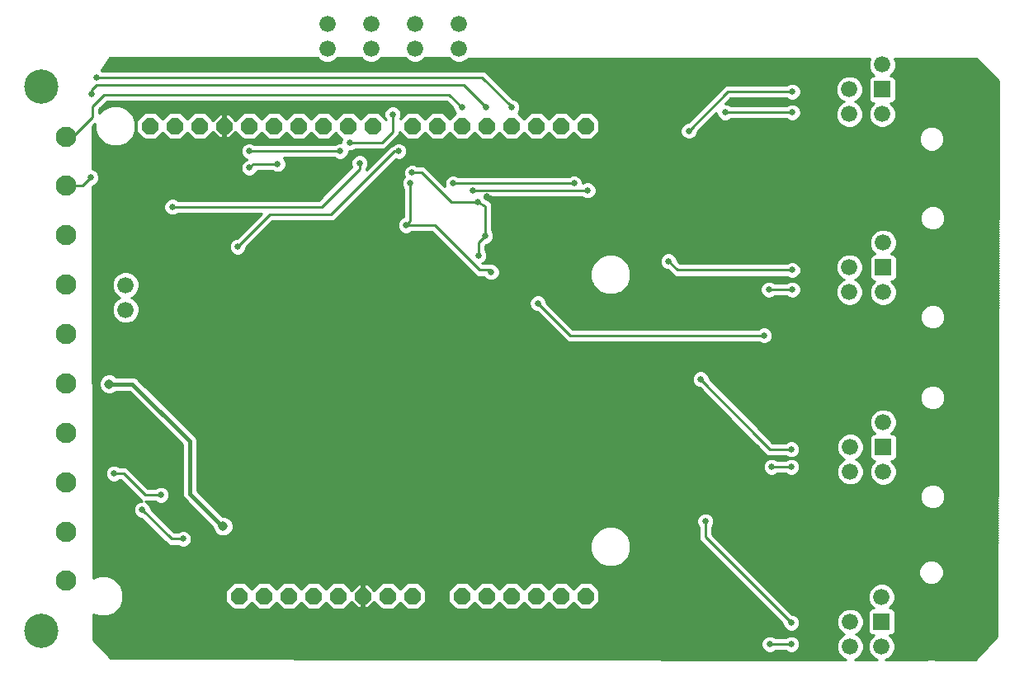
<source format=gbl>
G75*
%MOIN*%
%OFA0B0*%
%FSLAX25Y25*%
%IPPOS*%
%LPD*%
%AMOC8*
5,1,8,0,0,1.08239X$1,22.5*
%
%ADD10C,0.06600*%
%ADD11R,0.06600X0.06600*%
%ADD12C,0.08268*%
%ADD13C,0.13843*%
%ADD14OC8,0.06600*%
%ADD15C,0.02578*%
%ADD16C,0.01000*%
%ADD17C,0.03839*%
%ADD18C,0.01600*%
D10*
X0091173Y0172266D03*
X0091173Y0182266D03*
X0172669Y0277778D03*
X0172669Y0287778D03*
X0190386Y0287778D03*
X0190386Y0277778D03*
X0208102Y0277778D03*
X0208102Y0287778D03*
X0225819Y0287778D03*
X0225819Y0277778D03*
X0383575Y0261301D03*
X0383575Y0251301D03*
X0396783Y0251341D03*
X0396783Y0271341D03*
X0397177Y0199352D03*
X0383575Y0189411D03*
X0383575Y0179411D03*
X0397177Y0179352D03*
X0397177Y0126774D03*
X0383890Y0116813D03*
X0383890Y0106813D03*
X0397177Y0106774D03*
X0396587Y0056163D03*
X0383890Y0046104D03*
X0383890Y0036104D03*
X0396587Y0036163D03*
D11*
X0396587Y0046163D03*
X0397177Y0116774D03*
X0397177Y0189352D03*
X0396783Y0261341D03*
D12*
X0067059Y0242069D03*
X0067059Y0222384D03*
X0067059Y0202384D03*
X0067059Y0182384D03*
X0067059Y0162384D03*
X0067059Y0142384D03*
X0067059Y0122384D03*
X0067059Y0102384D03*
X0067059Y0082384D03*
X0067059Y0062699D03*
D13*
X0057217Y0042384D03*
X0057217Y0262384D03*
D14*
X0101000Y0246557D03*
X0111000Y0246557D03*
X0121000Y0246557D03*
X0131000Y0246557D03*
X0141000Y0246557D03*
X0151000Y0246557D03*
X0161000Y0246557D03*
X0171000Y0246557D03*
X0181000Y0246557D03*
X0191000Y0246557D03*
X0207000Y0246557D03*
X0217000Y0246557D03*
X0227000Y0246557D03*
X0237000Y0246557D03*
X0247000Y0246557D03*
X0257000Y0246557D03*
X0267000Y0246557D03*
X0277000Y0246557D03*
X0277000Y0056557D03*
X0267000Y0056557D03*
X0257000Y0056557D03*
X0247000Y0056557D03*
X0237000Y0056557D03*
X0227000Y0056557D03*
X0207000Y0056557D03*
X0197000Y0056557D03*
X0187000Y0056557D03*
X0177000Y0056557D03*
X0167000Y0056557D03*
X0157000Y0056557D03*
X0147000Y0056557D03*
X0137000Y0056557D03*
D15*
X0114402Y0079628D03*
X0097866Y0091439D03*
X0105346Y0097344D03*
X0086449Y0106006D03*
X0138417Y0096951D03*
X0190780Y0076478D03*
X0215583Y0076085D03*
X0215189Y0118998D03*
X0257709Y0174904D03*
X0238811Y0187502D03*
X0233693Y0194195D03*
X0236449Y0202069D03*
X0233299Y0215848D03*
X0237033Y0218184D03*
X0231331Y0220573D03*
X0223457Y0223302D03*
X0206921Y0227659D03*
X0206134Y0223329D03*
X0201409Y0236321D03*
X0185661Y0231596D03*
X0181724Y0239864D03*
X0177787Y0236321D03*
X0167945Y0219392D03*
X0152591Y0231203D03*
X0141173Y0229628D03*
X0141173Y0236321D03*
X0130937Y0233565D03*
X0110071Y0213880D03*
X0136449Y0197738D03*
X0077000Y0225691D03*
X0077394Y0259549D03*
X0079362Y0266242D03*
X0199047Y0251281D03*
X0227000Y0254037D03*
X0236843Y0254037D03*
X0247079Y0254037D03*
X0272276Y0223329D03*
X0277787Y0220573D03*
X0318732Y0244589D03*
X0333299Y0252069D03*
X0360465Y0252069D03*
X0360465Y0260337D03*
X0310465Y0191833D03*
X0351016Y0180415D03*
X0360465Y0180415D03*
X0360465Y0188289D03*
X0349047Y0161911D03*
X0323457Y0144195D03*
X0360071Y0115848D03*
X0360071Y0108762D03*
X0352197Y0108762D03*
X0325425Y0086715D03*
X0360071Y0045770D03*
X0360071Y0037108D03*
X0351409Y0037108D03*
X0215189Y0197344D03*
X0204559Y0206400D03*
D16*
X0215976Y0206400D01*
X0234087Y0188289D01*
X0238024Y0188289D01*
X0238811Y0187502D01*
X0241276Y0189972D02*
X0279553Y0189972D01*
X0279967Y0190970D02*
X0239555Y0190970D01*
X0239505Y0190991D02*
X0238117Y0190991D01*
X0238113Y0190989D01*
X0235205Y0190989D01*
X0235166Y0191029D01*
X0235669Y0191237D01*
X0236651Y0192219D01*
X0237182Y0193501D01*
X0237182Y0194889D01*
X0236651Y0196171D01*
X0236393Y0196429D01*
X0236393Y0198195D01*
X0236778Y0198580D01*
X0237143Y0198580D01*
X0238425Y0199111D01*
X0239407Y0200093D01*
X0239938Y0201375D01*
X0239938Y0202763D01*
X0239407Y0204045D01*
X0239149Y0204303D01*
X0239149Y0214178D01*
X0239180Y0214618D01*
X0239149Y0214712D01*
X0239149Y0214811D01*
X0238980Y0215218D01*
X0238840Y0215637D01*
X0238776Y0215712D01*
X0238738Y0215803D01*
X0238426Y0216115D01*
X0238137Y0216448D01*
X0238048Y0216493D01*
X0237978Y0216563D01*
X0237571Y0216731D01*
X0236485Y0217274D01*
X0236257Y0217825D01*
X0236209Y0217873D01*
X0275553Y0217873D01*
X0275811Y0217615D01*
X0277093Y0217084D01*
X0278481Y0217084D01*
X0279764Y0217615D01*
X0280745Y0218596D01*
X0281276Y0219879D01*
X0281276Y0221267D01*
X0280745Y0222549D01*
X0279764Y0223531D01*
X0278481Y0224062D01*
X0277093Y0224062D01*
X0275811Y0223531D01*
X0275765Y0223484D01*
X0275765Y0224023D01*
X0275233Y0225305D01*
X0274252Y0226287D01*
X0272970Y0226818D01*
X0271582Y0226818D01*
X0270299Y0226287D01*
X0270015Y0226002D01*
X0225691Y0226002D01*
X0225433Y0226260D01*
X0224151Y0226791D01*
X0222763Y0226791D01*
X0221480Y0226260D01*
X0220499Y0225278D01*
X0219968Y0223996D01*
X0219968Y0222608D01*
X0220137Y0222199D01*
X0212388Y0229948D01*
X0211395Y0230359D01*
X0209155Y0230359D01*
X0208898Y0230617D01*
X0207615Y0231148D01*
X0206227Y0231148D01*
X0204945Y0230617D01*
X0203963Y0229636D01*
X0203432Y0228353D01*
X0203432Y0226965D01*
X0203844Y0225973D01*
X0203176Y0225305D01*
X0202645Y0224023D01*
X0202645Y0222635D01*
X0203176Y0221352D01*
X0203434Y0221095D01*
X0203434Y0209710D01*
X0202583Y0209357D01*
X0201601Y0208376D01*
X0201070Y0207094D01*
X0201070Y0205706D01*
X0201601Y0204423D01*
X0202583Y0203442D01*
X0203865Y0202911D01*
X0205253Y0202911D01*
X0206535Y0203442D01*
X0206793Y0203700D01*
X0214858Y0203700D01*
X0231798Y0186760D01*
X0232557Y0186000D01*
X0233550Y0185589D01*
X0235827Y0185589D01*
X0235853Y0185526D01*
X0236835Y0184544D01*
X0238117Y0184013D01*
X0239505Y0184013D01*
X0240787Y0184544D01*
X0241769Y0185526D01*
X0242300Y0186808D01*
X0242300Y0188196D01*
X0241769Y0189478D01*
X0240787Y0190460D01*
X0239505Y0190991D01*
X0241978Y0188973D02*
X0279140Y0188973D01*
X0278813Y0188186D02*
X0278813Y0184929D01*
X0280060Y0181920D01*
X0282363Y0179617D01*
X0285372Y0178370D01*
X0288628Y0178370D01*
X0291637Y0179617D01*
X0293940Y0181920D01*
X0295187Y0184929D01*
X0295187Y0188186D01*
X0293940Y0191194D01*
X0291637Y0193497D01*
X0288628Y0194744D01*
X0285372Y0194744D01*
X0282363Y0193497D01*
X0280060Y0191194D01*
X0278813Y0188186D01*
X0278813Y0187975D02*
X0242300Y0187975D01*
X0242300Y0186976D02*
X0278813Y0186976D01*
X0278813Y0185978D02*
X0241956Y0185978D01*
X0241222Y0184979D02*
X0278813Y0184979D01*
X0279206Y0183981D02*
X0096416Y0183981D01*
X0096673Y0183360D02*
X0095836Y0185381D01*
X0094289Y0186928D01*
X0092267Y0187766D01*
X0090079Y0187766D01*
X0088058Y0186928D01*
X0086511Y0185381D01*
X0085673Y0183360D01*
X0085673Y0181172D01*
X0086511Y0179150D01*
X0088058Y0177603D01*
X0088872Y0177266D01*
X0088058Y0176928D01*
X0086511Y0175381D01*
X0085673Y0173360D01*
X0085673Y0171172D01*
X0086511Y0169150D01*
X0088058Y0167603D01*
X0090079Y0166766D01*
X0092267Y0166766D01*
X0094289Y0167603D01*
X0095836Y0169150D01*
X0096673Y0171172D01*
X0096673Y0173360D01*
X0095836Y0175381D01*
X0094289Y0176928D01*
X0093474Y0177266D01*
X0094289Y0177603D01*
X0095836Y0179150D01*
X0096673Y0181172D01*
X0096673Y0183360D01*
X0096673Y0182982D02*
X0279620Y0182982D01*
X0280033Y0181984D02*
X0096673Y0181984D01*
X0096596Y0180985D02*
X0280994Y0180985D01*
X0281993Y0179987D02*
X0096182Y0179987D01*
X0095674Y0178988D02*
X0283881Y0178988D01*
X0290119Y0178988D02*
X0347831Y0178988D01*
X0348058Y0178439D02*
X0347527Y0179721D01*
X0347527Y0181109D01*
X0348058Y0182392D01*
X0349039Y0183373D01*
X0350322Y0183904D01*
X0351710Y0183904D01*
X0352992Y0183373D01*
X0353250Y0183115D01*
X0358230Y0183115D01*
X0358488Y0183373D01*
X0359771Y0183904D01*
X0361159Y0183904D01*
X0362441Y0183373D01*
X0363422Y0182392D01*
X0363954Y0181109D01*
X0363954Y0179721D01*
X0363422Y0178439D01*
X0362441Y0177458D01*
X0361159Y0176926D01*
X0359771Y0176926D01*
X0358488Y0177458D01*
X0358230Y0177715D01*
X0353250Y0177715D01*
X0352992Y0177458D01*
X0351710Y0176926D01*
X0350322Y0176926D01*
X0349039Y0177458D01*
X0348058Y0178439D01*
X0348507Y0177989D02*
X0259376Y0177989D01*
X0259685Y0177861D02*
X0258403Y0178393D01*
X0257015Y0178393D01*
X0255732Y0177861D01*
X0254751Y0176880D01*
X0254220Y0175598D01*
X0254220Y0174210D01*
X0254751Y0172927D01*
X0255732Y0171946D01*
X0257015Y0171415D01*
X0257379Y0171415D01*
X0268412Y0160382D01*
X0269171Y0159622D01*
X0270164Y0159211D01*
X0346813Y0159211D01*
X0347071Y0158954D01*
X0348353Y0158422D01*
X0349741Y0158422D01*
X0351024Y0158954D01*
X0352005Y0159935D01*
X0352536Y0161217D01*
X0352536Y0162605D01*
X0352005Y0163888D01*
X0351024Y0164869D01*
X0349741Y0165400D01*
X0348353Y0165400D01*
X0347071Y0164869D01*
X0346813Y0164611D01*
X0271819Y0164611D01*
X0261198Y0175233D01*
X0261198Y0175598D01*
X0260666Y0176880D01*
X0259685Y0177861D01*
X0260555Y0176991D02*
X0350166Y0176991D01*
X0351866Y0176991D02*
X0359615Y0176991D01*
X0361314Y0176991D02*
X0378624Y0176991D01*
X0378912Y0176296D02*
X0378075Y0178317D01*
X0378075Y0180505D01*
X0378912Y0182527D01*
X0380459Y0184074D01*
X0381274Y0184411D01*
X0380459Y0184749D01*
X0378912Y0186296D01*
X0378075Y0188317D01*
X0378075Y0190505D01*
X0378912Y0192527D01*
X0380459Y0194074D01*
X0382481Y0194911D01*
X0384669Y0194911D01*
X0386690Y0194074D01*
X0388237Y0192527D01*
X0389075Y0190505D01*
X0389075Y0188317D01*
X0388237Y0186296D01*
X0386690Y0184749D01*
X0385876Y0184411D01*
X0386690Y0184074D01*
X0388237Y0182527D01*
X0389075Y0180505D01*
X0389075Y0178317D01*
X0388237Y0176296D01*
X0386690Y0174749D01*
X0384669Y0173911D01*
X0382481Y0173911D01*
X0380459Y0174749D01*
X0378912Y0176296D01*
X0379216Y0175992D02*
X0261034Y0175992D01*
X0261437Y0174994D02*
X0380214Y0174994D01*
X0382278Y0173995D02*
X0262435Y0173995D01*
X0263434Y0172997D02*
X0413670Y0172997D01*
X0414313Y0173639D02*
X0412890Y0172217D01*
X0412120Y0170358D01*
X0412120Y0168347D01*
X0412890Y0166488D01*
X0414313Y0165066D01*
X0416171Y0164296D01*
X0418183Y0164296D01*
X0420042Y0165066D01*
X0421464Y0166488D01*
X0422234Y0168347D01*
X0422234Y0170358D01*
X0421464Y0172217D01*
X0420042Y0173639D01*
X0418183Y0174409D01*
X0416171Y0174409D01*
X0414313Y0173639D01*
X0415173Y0173995D02*
X0398617Y0173995D01*
X0398271Y0173852D02*
X0400293Y0174690D01*
X0401840Y0176237D01*
X0402677Y0178258D01*
X0402677Y0180446D01*
X0401840Y0182468D01*
X0400455Y0183852D01*
X0401388Y0183852D01*
X0402677Y0185141D01*
X0402677Y0193564D01*
X0401388Y0194852D01*
X0400455Y0194852D01*
X0401840Y0196237D01*
X0402677Y0198258D01*
X0402677Y0200446D01*
X0401840Y0202468D01*
X0400293Y0204015D01*
X0398271Y0204852D01*
X0396083Y0204852D01*
X0394062Y0204015D01*
X0392514Y0202468D01*
X0391677Y0200446D01*
X0391677Y0198258D01*
X0392514Y0196237D01*
X0393899Y0194852D01*
X0392966Y0194852D01*
X0391677Y0193564D01*
X0391677Y0185141D01*
X0392966Y0183852D01*
X0393899Y0183852D01*
X0392514Y0182468D01*
X0391677Y0180446D01*
X0391677Y0178258D01*
X0392514Y0176237D01*
X0394062Y0174690D01*
X0396083Y0173852D01*
X0398271Y0173852D01*
X0395738Y0173995D02*
X0384872Y0173995D01*
X0386935Y0174994D02*
X0393757Y0174994D01*
X0392759Y0175992D02*
X0387934Y0175992D01*
X0388525Y0176991D02*
X0392202Y0176991D01*
X0391789Y0177989D02*
X0388939Y0177989D01*
X0389075Y0178988D02*
X0391677Y0178988D01*
X0391677Y0179987D02*
X0389075Y0179987D01*
X0388876Y0180985D02*
X0391900Y0180985D01*
X0392314Y0181984D02*
X0388463Y0181984D01*
X0387782Y0182982D02*
X0393029Y0182982D01*
X0392838Y0183981D02*
X0386784Y0183981D01*
X0386921Y0184979D02*
X0391839Y0184979D01*
X0391677Y0185978D02*
X0387919Y0185978D01*
X0388519Y0186976D02*
X0391677Y0186976D01*
X0391677Y0187975D02*
X0388933Y0187975D01*
X0389075Y0188973D02*
X0391677Y0188973D01*
X0391677Y0189972D02*
X0389075Y0189972D01*
X0388882Y0190970D02*
X0391677Y0190970D01*
X0391677Y0191969D02*
X0388469Y0191969D01*
X0387797Y0192967D02*
X0391677Y0192967D01*
X0392079Y0193966D02*
X0386799Y0193966D01*
X0392214Y0196961D02*
X0236393Y0196961D01*
X0236393Y0197960D02*
X0391801Y0197960D01*
X0391677Y0198958D02*
X0238056Y0198958D01*
X0239271Y0199957D02*
X0391677Y0199957D01*
X0391888Y0200955D02*
X0239764Y0200955D01*
X0239938Y0201954D02*
X0392302Y0201954D01*
X0392999Y0202952D02*
X0239859Y0202952D01*
X0239446Y0203951D02*
X0393997Y0203951D01*
X0400357Y0203951D02*
X0443716Y0203951D01*
X0443720Y0204949D02*
X0419761Y0204949D01*
X0420042Y0205066D02*
X0421464Y0206488D01*
X0422234Y0208347D01*
X0422234Y0210358D01*
X0421464Y0212217D01*
X0420042Y0213639D01*
X0418183Y0214409D01*
X0416171Y0214409D01*
X0414313Y0213639D01*
X0412890Y0212217D01*
X0412120Y0210358D01*
X0412120Y0208347D01*
X0412890Y0206488D01*
X0414313Y0205066D01*
X0416171Y0204296D01*
X0418183Y0204296D01*
X0420042Y0205066D01*
X0420924Y0205948D02*
X0443723Y0205948D01*
X0443727Y0206946D02*
X0421654Y0206946D01*
X0422067Y0207945D02*
X0443730Y0207945D01*
X0443734Y0208943D02*
X0422234Y0208943D01*
X0422234Y0209942D02*
X0443737Y0209942D01*
X0443741Y0210940D02*
X0421993Y0210940D01*
X0421579Y0211939D02*
X0443744Y0211939D01*
X0443748Y0212937D02*
X0420743Y0212937D01*
X0419325Y0213936D02*
X0443751Y0213936D01*
X0443755Y0214934D02*
X0239098Y0214934D01*
X0239149Y0213936D02*
X0415029Y0213936D01*
X0413611Y0212937D02*
X0239149Y0212937D01*
X0239149Y0211939D02*
X0412775Y0211939D01*
X0412362Y0210940D02*
X0239149Y0210940D01*
X0239149Y0209942D02*
X0412120Y0209942D01*
X0412120Y0208943D02*
X0239149Y0208943D01*
X0239149Y0207945D02*
X0412287Y0207945D01*
X0412700Y0206946D02*
X0239149Y0206946D01*
X0239149Y0205948D02*
X0413430Y0205948D01*
X0414593Y0204949D02*
X0239149Y0204949D01*
X0236449Y0202069D02*
X0236449Y0214274D01*
X0233299Y0215848D01*
X0222669Y0215848D01*
X0210858Y0227659D01*
X0206921Y0227659D01*
X0203664Y0228914D02*
X0196246Y0228914D01*
X0197244Y0229912D02*
X0204240Y0229912D01*
X0205653Y0230911D02*
X0198243Y0230911D01*
X0199241Y0231909D02*
X0443814Y0231909D01*
X0443811Y0230911D02*
X0208189Y0230911D01*
X0212424Y0229912D02*
X0443807Y0229912D01*
X0443804Y0228914D02*
X0213423Y0228914D01*
X0214421Y0227915D02*
X0443800Y0227915D01*
X0443797Y0226917D02*
X0215420Y0226917D01*
X0216418Y0225918D02*
X0221139Y0225918D01*
X0220350Y0224920D02*
X0217417Y0224920D01*
X0218415Y0223921D02*
X0219968Y0223921D01*
X0219968Y0222922D02*
X0219414Y0222922D01*
X0223457Y0223302D02*
X0272249Y0223302D01*
X0272276Y0223329D01*
X0274620Y0225918D02*
X0443793Y0225918D01*
X0443790Y0224920D02*
X0275393Y0224920D01*
X0275765Y0223921D02*
X0276753Y0223921D01*
X0278821Y0223921D02*
X0443786Y0223921D01*
X0443783Y0222922D02*
X0280372Y0222922D01*
X0281004Y0221924D02*
X0443779Y0221924D01*
X0443776Y0220925D02*
X0281276Y0220925D01*
X0281276Y0219927D02*
X0443772Y0219927D01*
X0443769Y0218928D02*
X0280883Y0218928D01*
X0280079Y0217930D02*
X0443765Y0217930D01*
X0443762Y0216931D02*
X0237171Y0216931D01*
X0237033Y0218184D02*
X0238444Y0218184D01*
X0241961Y0214667D01*
X0238608Y0215933D02*
X0443758Y0215933D01*
X0443713Y0202952D02*
X0401355Y0202952D01*
X0402053Y0201954D02*
X0443709Y0201954D01*
X0443706Y0200955D02*
X0402466Y0200955D01*
X0402677Y0199957D02*
X0443702Y0199957D01*
X0443699Y0198958D02*
X0402677Y0198958D01*
X0402553Y0197960D02*
X0443695Y0197960D01*
X0443692Y0196961D02*
X0402140Y0196961D01*
X0401566Y0195963D02*
X0443688Y0195963D01*
X0443685Y0194964D02*
X0400567Y0194964D01*
X0402275Y0193966D02*
X0443681Y0193966D01*
X0443678Y0192967D02*
X0402677Y0192967D01*
X0402677Y0191969D02*
X0443674Y0191969D01*
X0443671Y0190970D02*
X0402677Y0190970D01*
X0402677Y0189972D02*
X0443667Y0189972D01*
X0443664Y0188973D02*
X0402677Y0188973D01*
X0402677Y0187975D02*
X0443660Y0187975D01*
X0443657Y0186976D02*
X0402677Y0186976D01*
X0402677Y0185978D02*
X0443653Y0185978D01*
X0443650Y0184979D02*
X0402515Y0184979D01*
X0401517Y0183981D02*
X0443646Y0183981D01*
X0443643Y0182982D02*
X0401326Y0182982D01*
X0402040Y0181984D02*
X0443639Y0181984D01*
X0443636Y0180985D02*
X0402454Y0180985D01*
X0402677Y0179987D02*
X0443632Y0179987D01*
X0443629Y0178988D02*
X0402677Y0178988D01*
X0402566Y0177989D02*
X0443625Y0177989D01*
X0443622Y0176991D02*
X0402152Y0176991D01*
X0401595Y0175992D02*
X0443618Y0175992D01*
X0443614Y0174994D02*
X0400597Y0174994D01*
X0412386Y0171000D02*
X0265431Y0171000D01*
X0266429Y0170001D02*
X0412120Y0170001D01*
X0412120Y0169003D02*
X0267428Y0169003D01*
X0268426Y0168004D02*
X0412262Y0168004D01*
X0412676Y0167006D02*
X0269425Y0167006D01*
X0270423Y0166007D02*
X0413371Y0166007D01*
X0414450Y0165009D02*
X0350687Y0165009D01*
X0351882Y0164010D02*
X0443576Y0164010D01*
X0443572Y0163012D02*
X0352368Y0163012D01*
X0352536Y0162013D02*
X0443569Y0162013D01*
X0443565Y0161015D02*
X0352452Y0161015D01*
X0352039Y0160016D02*
X0443562Y0160016D01*
X0443558Y0159018D02*
X0351088Y0159018D01*
X0349047Y0161911D02*
X0270701Y0161911D01*
X0257709Y0174904D01*
X0254220Y0174994D02*
X0095996Y0174994D01*
X0096410Y0173995D02*
X0254308Y0173995D01*
X0254722Y0172997D02*
X0096673Y0172997D01*
X0096673Y0171998D02*
X0255680Y0171998D01*
X0257794Y0171000D02*
X0096602Y0171000D01*
X0096188Y0170001D02*
X0258792Y0170001D01*
X0259791Y0169003D02*
X0095689Y0169003D01*
X0094690Y0168004D02*
X0260789Y0168004D01*
X0261788Y0167006D02*
X0092847Y0167006D01*
X0089500Y0167006D02*
X0077956Y0167006D01*
X0077955Y0168004D02*
X0087656Y0168004D01*
X0086658Y0169003D02*
X0077953Y0169003D01*
X0077951Y0170001D02*
X0086158Y0170001D01*
X0085744Y0171000D02*
X0077949Y0171000D01*
X0077948Y0171998D02*
X0085673Y0171998D01*
X0085673Y0172997D02*
X0077946Y0172997D01*
X0077944Y0173995D02*
X0085937Y0173995D01*
X0086350Y0174994D02*
X0077942Y0174994D01*
X0077941Y0175992D02*
X0087122Y0175992D01*
X0088209Y0176991D02*
X0077939Y0176991D01*
X0077937Y0177989D02*
X0087671Y0177989D01*
X0086673Y0178988D02*
X0077935Y0178988D01*
X0077934Y0179987D02*
X0086164Y0179987D01*
X0085751Y0180985D02*
X0077932Y0180985D01*
X0077930Y0181984D02*
X0085673Y0181984D01*
X0085673Y0182982D02*
X0077928Y0182982D01*
X0077927Y0183981D02*
X0085930Y0183981D01*
X0086344Y0184979D02*
X0077925Y0184979D01*
X0077923Y0185978D02*
X0087107Y0185978D01*
X0088173Y0186976D02*
X0077921Y0186976D01*
X0077920Y0187975D02*
X0230583Y0187975D01*
X0229584Y0188973D02*
X0077918Y0188973D01*
X0077916Y0189972D02*
X0228586Y0189972D01*
X0227587Y0190970D02*
X0077914Y0190970D01*
X0077913Y0191969D02*
X0226589Y0191969D01*
X0225590Y0192967D02*
X0077911Y0192967D01*
X0077909Y0193966D02*
X0224592Y0193966D01*
X0223593Y0194964D02*
X0138609Y0194964D01*
X0138425Y0194780D02*
X0139407Y0195762D01*
X0139938Y0197044D01*
X0139938Y0197409D01*
X0150559Y0208030D01*
X0174781Y0208030D01*
X0175774Y0208441D01*
X0176533Y0209201D01*
X0200326Y0232993D01*
X0200715Y0232832D01*
X0202103Y0232832D01*
X0203386Y0233363D01*
X0204367Y0234345D01*
X0204898Y0235627D01*
X0204898Y0237015D01*
X0204367Y0238297D01*
X0203386Y0239279D01*
X0202103Y0239810D01*
X0200715Y0239810D01*
X0199433Y0239279D01*
X0199089Y0238934D01*
X0198305Y0238610D01*
X0197546Y0237850D01*
X0188339Y0228644D01*
X0188361Y0228697D01*
X0188361Y0229362D01*
X0188619Y0229620D01*
X0189150Y0230902D01*
X0189150Y0232290D01*
X0188619Y0233573D01*
X0187638Y0234554D01*
X0186355Y0235085D01*
X0184967Y0235085D01*
X0183685Y0234554D01*
X0182704Y0233573D01*
X0182172Y0232290D01*
X0182172Y0230902D01*
X0182565Y0229956D01*
X0169189Y0216580D01*
X0112305Y0216580D01*
X0112047Y0216838D01*
X0110765Y0217369D01*
X0109377Y0217369D01*
X0108095Y0216838D01*
X0107113Y0215856D01*
X0106582Y0214574D01*
X0106582Y0213186D01*
X0107113Y0211904D01*
X0108095Y0210922D01*
X0109377Y0210391D01*
X0110765Y0210391D01*
X0112047Y0210922D01*
X0112305Y0211180D01*
X0146072Y0211180D01*
X0136119Y0201227D01*
X0135755Y0201227D01*
X0134472Y0200696D01*
X0133491Y0199715D01*
X0132960Y0198432D01*
X0132960Y0197044D01*
X0133491Y0195762D01*
X0134472Y0194780D01*
X0135755Y0194249D01*
X0137143Y0194249D01*
X0138425Y0194780D01*
X0139490Y0195963D02*
X0222595Y0195963D01*
X0221596Y0196961D02*
X0139903Y0196961D01*
X0140489Y0197960D02*
X0220598Y0197960D01*
X0219599Y0198958D02*
X0141487Y0198958D01*
X0142486Y0199957D02*
X0218601Y0199957D01*
X0217602Y0200955D02*
X0143484Y0200955D01*
X0144483Y0201954D02*
X0216604Y0201954D01*
X0215605Y0202952D02*
X0205354Y0202952D01*
X0203765Y0202952D02*
X0145481Y0202952D01*
X0146480Y0203951D02*
X0202074Y0203951D01*
X0201383Y0204949D02*
X0147478Y0204949D01*
X0148477Y0205948D02*
X0201070Y0205948D01*
X0201070Y0206946D02*
X0149475Y0206946D01*
X0150474Y0207945D02*
X0201423Y0207945D01*
X0202169Y0208943D02*
X0176275Y0208943D01*
X0177274Y0209942D02*
X0203434Y0209942D01*
X0203434Y0210940D02*
X0178272Y0210940D01*
X0179271Y0211939D02*
X0203434Y0211939D01*
X0203434Y0212937D02*
X0180270Y0212937D01*
X0181268Y0213936D02*
X0203434Y0213936D01*
X0203434Y0214934D02*
X0182267Y0214934D01*
X0183265Y0215933D02*
X0203434Y0215933D01*
X0203434Y0216931D02*
X0184264Y0216931D01*
X0185262Y0217930D02*
X0203434Y0217930D01*
X0203434Y0218928D02*
X0186261Y0218928D01*
X0187259Y0219927D02*
X0203434Y0219927D01*
X0203434Y0220925D02*
X0188258Y0220925D01*
X0189256Y0221924D02*
X0202939Y0221924D01*
X0202645Y0222922D02*
X0190255Y0222922D01*
X0191253Y0223921D02*
X0202645Y0223921D01*
X0203016Y0224920D02*
X0192252Y0224920D01*
X0193250Y0225918D02*
X0203789Y0225918D01*
X0203453Y0226917D02*
X0194249Y0226917D01*
X0195247Y0227915D02*
X0203432Y0227915D01*
X0202286Y0232908D02*
X0443818Y0232908D01*
X0443821Y0233906D02*
X0203929Y0233906D01*
X0204599Y0234905D02*
X0443825Y0234905D01*
X0443828Y0235903D02*
X0204898Y0235903D01*
X0204898Y0236902D02*
X0414286Y0236902D01*
X0413919Y0237054D02*
X0415778Y0236284D01*
X0417789Y0236284D01*
X0419648Y0237054D01*
X0421070Y0238476D01*
X0421840Y0240335D01*
X0421840Y0242346D01*
X0421070Y0244205D01*
X0419648Y0245627D01*
X0417789Y0246397D01*
X0415778Y0246397D01*
X0413919Y0245627D01*
X0412497Y0244205D01*
X0411727Y0242346D01*
X0411727Y0240335D01*
X0412497Y0238476D01*
X0413919Y0237054D01*
X0413073Y0237900D02*
X0204532Y0237900D01*
X0203766Y0238899D02*
X0412322Y0238899D01*
X0411908Y0239897D02*
X0198568Y0239897D01*
X0199003Y0238899D02*
X0197569Y0238899D01*
X0197596Y0237900D02*
X0196571Y0237900D01*
X0196246Y0237575D02*
X0200577Y0241906D01*
X0201336Y0242665D01*
X0201747Y0243658D01*
X0201747Y0244032D01*
X0204722Y0241057D01*
X0209278Y0241057D01*
X0212000Y0243779D01*
X0214722Y0241057D01*
X0219278Y0241057D01*
X0222000Y0243779D01*
X0224722Y0241057D01*
X0229278Y0241057D01*
X0232000Y0243779D01*
X0234722Y0241057D01*
X0239278Y0241057D01*
X0242000Y0243779D01*
X0244722Y0241057D01*
X0249278Y0241057D01*
X0252000Y0243779D01*
X0254722Y0241057D01*
X0259278Y0241057D01*
X0262000Y0243779D01*
X0264722Y0241057D01*
X0269278Y0241057D01*
X0272000Y0243779D01*
X0274722Y0241057D01*
X0279278Y0241057D01*
X0282500Y0244279D01*
X0282500Y0248835D01*
X0279278Y0252057D01*
X0274722Y0252057D01*
X0272000Y0249335D01*
X0269278Y0252057D01*
X0264722Y0252057D01*
X0262000Y0249335D01*
X0259278Y0252057D01*
X0254722Y0252057D01*
X0252000Y0249335D01*
X0249655Y0251680D01*
X0250037Y0252061D01*
X0250568Y0253343D01*
X0250568Y0254731D01*
X0250037Y0256014D01*
X0249055Y0256995D01*
X0247822Y0257506D01*
X0237557Y0267772D01*
X0236797Y0268531D01*
X0235805Y0268942D01*
X0081596Y0268942D01*
X0081493Y0269045D01*
X0084874Y0274116D01*
X0168647Y0274022D01*
X0169554Y0273115D01*
X0171575Y0272278D01*
X0173763Y0272278D01*
X0175785Y0273115D01*
X0176683Y0274013D01*
X0186383Y0274002D01*
X0187270Y0273115D01*
X0189292Y0272278D01*
X0191480Y0272278D01*
X0193501Y0273115D01*
X0194379Y0273993D01*
X0204120Y0273982D01*
X0204987Y0273115D01*
X0207008Y0272278D01*
X0209196Y0272278D01*
X0211218Y0273115D01*
X0212076Y0273973D01*
X0221856Y0273962D01*
X0222703Y0273115D01*
X0224725Y0272278D01*
X0226913Y0272278D01*
X0228934Y0273115D01*
X0229773Y0273953D01*
X0391837Y0273771D01*
X0391283Y0272435D01*
X0391283Y0270247D01*
X0392121Y0268225D01*
X0393505Y0266841D01*
X0392572Y0266841D01*
X0391283Y0265552D01*
X0391283Y0257129D01*
X0392572Y0255841D01*
X0393505Y0255841D01*
X0392121Y0254456D01*
X0391283Y0252435D01*
X0391283Y0250247D01*
X0392121Y0248225D01*
X0393668Y0246678D01*
X0395689Y0245841D01*
X0397877Y0245841D01*
X0399899Y0246678D01*
X0401446Y0248225D01*
X0402283Y0250247D01*
X0402283Y0252435D01*
X0401446Y0254456D01*
X0400062Y0255841D01*
X0400995Y0255841D01*
X0402283Y0257129D01*
X0402283Y0265552D01*
X0400995Y0266841D01*
X0400062Y0266841D01*
X0401446Y0268225D01*
X0402283Y0270247D01*
X0402283Y0272435D01*
X0401735Y0273760D01*
X0434874Y0273722D01*
X0443929Y0264667D01*
X0443142Y0040258D01*
X0434480Y0030809D01*
X0418498Y0030845D01*
X0417592Y0031220D01*
X0415581Y0031220D01*
X0414696Y0030854D01*
X0398230Y0030891D01*
X0399702Y0031501D01*
X0401249Y0033048D01*
X0402087Y0035069D01*
X0402087Y0037257D01*
X0401249Y0039279D01*
X0399865Y0040663D01*
X0400798Y0040663D01*
X0402087Y0041952D01*
X0402087Y0050375D01*
X0400798Y0051663D01*
X0399865Y0051663D01*
X0401249Y0053048D01*
X0402087Y0055069D01*
X0402087Y0057257D01*
X0401249Y0059279D01*
X0399702Y0060826D01*
X0397681Y0061663D01*
X0395493Y0061663D01*
X0393471Y0060826D01*
X0391924Y0059279D01*
X0391087Y0057257D01*
X0391087Y0055069D01*
X0391924Y0053048D01*
X0393308Y0051663D01*
X0392375Y0051663D01*
X0391087Y0050375D01*
X0391087Y0041952D01*
X0392375Y0040663D01*
X0393308Y0040663D01*
X0391924Y0039279D01*
X0391087Y0037257D01*
X0391087Y0035069D01*
X0391924Y0033048D01*
X0393471Y0031501D01*
X0394926Y0030898D01*
X0385743Y0030919D01*
X0387005Y0031442D01*
X0388552Y0032989D01*
X0389390Y0035010D01*
X0389390Y0037198D01*
X0388552Y0039220D01*
X0387005Y0040767D01*
X0386191Y0041104D01*
X0387005Y0041442D01*
X0388552Y0042989D01*
X0389390Y0045010D01*
X0389390Y0047198D01*
X0388552Y0049220D01*
X0387005Y0050767D01*
X0384984Y0051604D01*
X0382796Y0051604D01*
X0380774Y0050767D01*
X0379227Y0049220D01*
X0378390Y0047198D01*
X0378390Y0045010D01*
X0379227Y0042989D01*
X0380774Y0041442D01*
X0381589Y0041104D01*
X0380774Y0040767D01*
X0379227Y0039220D01*
X0378390Y0037198D01*
X0378390Y0035010D01*
X0379227Y0032989D01*
X0380774Y0031442D01*
X0382016Y0030927D01*
X0085268Y0031596D01*
X0078181Y0038683D01*
X0078163Y0049285D01*
X0080372Y0048370D01*
X0083628Y0048370D01*
X0086637Y0049617D01*
X0088940Y0051920D01*
X0090187Y0054929D01*
X0090187Y0058186D01*
X0088940Y0061194D01*
X0086637Y0063497D01*
X0083628Y0064744D01*
X0080372Y0064744D01*
X0078137Y0063818D01*
X0077860Y0222271D01*
X0078976Y0222733D01*
X0079958Y0223715D01*
X0080489Y0224997D01*
X0080489Y0226385D01*
X0079958Y0227667D01*
X0078976Y0228649D01*
X0077848Y0229116D01*
X0077817Y0246312D01*
X0078813Y0247308D01*
X0078813Y0244929D01*
X0080060Y0241920D01*
X0082363Y0239617D01*
X0085372Y0238370D01*
X0088628Y0238370D01*
X0091637Y0239617D01*
X0093940Y0241920D01*
X0095187Y0244929D01*
X0095187Y0248186D01*
X0093940Y0251194D01*
X0091637Y0253497D01*
X0088628Y0254744D01*
X0085372Y0254744D01*
X0082363Y0253497D01*
X0080487Y0251622D01*
X0080487Y0253313D01*
X0083630Y0256456D01*
X0220764Y0256456D01*
X0223511Y0253708D01*
X0223511Y0253343D01*
X0224042Y0252061D01*
X0224384Y0251719D01*
X0222000Y0249335D01*
X0219278Y0252057D01*
X0214722Y0252057D01*
X0212000Y0249335D01*
X0209278Y0252057D01*
X0204722Y0252057D01*
X0202030Y0249365D01*
X0202536Y0250587D01*
X0202536Y0251975D01*
X0202005Y0253258D01*
X0201024Y0254239D01*
X0199741Y0254770D01*
X0198353Y0254770D01*
X0197071Y0254239D01*
X0196089Y0253258D01*
X0195558Y0251975D01*
X0195558Y0250587D01*
X0196089Y0249305D01*
X0196347Y0249047D01*
X0196347Y0248988D01*
X0193278Y0252057D01*
X0188722Y0252057D01*
X0186000Y0249335D01*
X0183278Y0252057D01*
X0178722Y0252057D01*
X0176000Y0249335D01*
X0173278Y0252057D01*
X0168722Y0252057D01*
X0166000Y0249335D01*
X0163278Y0252057D01*
X0158722Y0252057D01*
X0156000Y0249335D01*
X0153278Y0252057D01*
X0148722Y0252057D01*
X0146000Y0249335D01*
X0143278Y0252057D01*
X0138722Y0252057D01*
X0135505Y0248840D01*
X0132988Y0251357D01*
X0131484Y0251357D01*
X0131484Y0247041D01*
X0130516Y0247041D01*
X0130516Y0251357D01*
X0129012Y0251357D01*
X0126495Y0248840D01*
X0123278Y0252057D01*
X0118722Y0252057D01*
X0116000Y0249335D01*
X0113278Y0252057D01*
X0108722Y0252057D01*
X0106000Y0249335D01*
X0103278Y0252057D01*
X0098722Y0252057D01*
X0095500Y0248835D01*
X0095500Y0244279D01*
X0098722Y0241057D01*
X0103278Y0241057D01*
X0106000Y0243779D01*
X0108722Y0241057D01*
X0113278Y0241057D01*
X0116000Y0243779D01*
X0118722Y0241057D01*
X0123278Y0241057D01*
X0126495Y0244274D01*
X0129012Y0241757D01*
X0130516Y0241757D01*
X0130516Y0246073D01*
X0131484Y0246073D01*
X0131484Y0241757D01*
X0132988Y0241757D01*
X0135505Y0244274D01*
X0138722Y0241057D01*
X0143278Y0241057D01*
X0146000Y0243779D01*
X0148722Y0241057D01*
X0153278Y0241057D01*
X0156000Y0243779D01*
X0158722Y0241057D01*
X0163278Y0241057D01*
X0166000Y0243779D01*
X0168722Y0241057D01*
X0173278Y0241057D01*
X0176000Y0243779D01*
X0178524Y0241255D01*
X0178235Y0240558D01*
X0178235Y0239810D01*
X0177093Y0239810D01*
X0175811Y0239279D01*
X0175553Y0239021D01*
X0143407Y0239021D01*
X0143150Y0239279D01*
X0141867Y0239810D01*
X0140479Y0239810D01*
X0139197Y0239279D01*
X0138215Y0238297D01*
X0137684Y0237015D01*
X0137684Y0235627D01*
X0138215Y0234345D01*
X0139197Y0233363D01*
X0140135Y0232974D01*
X0139197Y0232586D01*
X0138215Y0231604D01*
X0137684Y0230322D01*
X0137684Y0228934D01*
X0138215Y0227652D01*
X0139197Y0226670D01*
X0140479Y0226139D01*
X0141867Y0226139D01*
X0143150Y0226670D01*
X0144131Y0227652D01*
X0144484Y0228503D01*
X0150356Y0228503D01*
X0150614Y0228245D01*
X0151897Y0227714D01*
X0153285Y0227714D01*
X0154567Y0228245D01*
X0155548Y0229226D01*
X0156080Y0230509D01*
X0156080Y0231897D01*
X0155548Y0233179D01*
X0155107Y0233621D01*
X0175553Y0233621D01*
X0175811Y0233363D01*
X0177093Y0232832D01*
X0178481Y0232832D01*
X0179764Y0233363D01*
X0180745Y0234345D01*
X0181276Y0235627D01*
X0181276Y0236375D01*
X0182418Y0236375D01*
X0183701Y0236906D01*
X0183959Y0237164D01*
X0195254Y0237164D01*
X0196246Y0237575D01*
X0196597Y0236902D02*
X0183689Y0236902D01*
X0184531Y0234905D02*
X0180977Y0234905D01*
X0181276Y0235903D02*
X0195599Y0235903D01*
X0194600Y0234905D02*
X0186792Y0234905D01*
X0188286Y0233906D02*
X0193602Y0233906D01*
X0192603Y0232908D02*
X0188895Y0232908D01*
X0189150Y0231909D02*
X0191605Y0231909D01*
X0190606Y0230911D02*
X0189150Y0230911D01*
X0188740Y0229912D02*
X0189607Y0229912D01*
X0188609Y0228914D02*
X0188361Y0228914D01*
X0185661Y0229234D02*
X0170307Y0213880D01*
X0110071Y0213880D01*
X0106582Y0213936D02*
X0077874Y0213936D01*
X0077872Y0214934D02*
X0106731Y0214934D01*
X0107190Y0215933D02*
X0077871Y0215933D01*
X0077869Y0216931D02*
X0108321Y0216931D01*
X0111821Y0216931D02*
X0169540Y0216931D01*
X0170539Y0217930D02*
X0077867Y0217930D01*
X0077865Y0218928D02*
X0171537Y0218928D01*
X0172536Y0219927D02*
X0077864Y0219927D01*
X0077862Y0220925D02*
X0173534Y0220925D01*
X0174533Y0221924D02*
X0077860Y0221924D01*
X0079166Y0222922D02*
X0175531Y0222922D01*
X0176530Y0223921D02*
X0080043Y0223921D01*
X0080457Y0224920D02*
X0177528Y0224920D01*
X0178527Y0225918D02*
X0080489Y0225918D01*
X0080269Y0226917D02*
X0138950Y0226917D01*
X0138106Y0227915D02*
X0079710Y0227915D01*
X0078337Y0228914D02*
X0137693Y0228914D01*
X0137684Y0229912D02*
X0077846Y0229912D01*
X0077844Y0230911D02*
X0137928Y0230911D01*
X0138520Y0231909D02*
X0077843Y0231909D01*
X0077841Y0232908D02*
X0139974Y0232908D01*
X0138654Y0233906D02*
X0077839Y0233906D01*
X0077837Y0234905D02*
X0137983Y0234905D01*
X0137684Y0235903D02*
X0077836Y0235903D01*
X0077834Y0236902D02*
X0137684Y0236902D01*
X0138051Y0237900D02*
X0077832Y0237900D01*
X0077830Y0238899D02*
X0084096Y0238899D01*
X0082082Y0239897D02*
X0077829Y0239897D01*
X0077827Y0240896D02*
X0081084Y0240896D01*
X0080085Y0241894D02*
X0077825Y0241894D01*
X0077823Y0242893D02*
X0079657Y0242893D01*
X0079243Y0243891D02*
X0077822Y0243891D01*
X0077820Y0244890D02*
X0078830Y0244890D01*
X0078813Y0245888D02*
X0077818Y0245888D01*
X0078392Y0246887D02*
X0078813Y0246887D01*
X0077787Y0250100D02*
X0069520Y0241833D01*
X0067295Y0241833D01*
X0067059Y0242069D01*
X0077787Y0250100D02*
X0077787Y0254431D01*
X0082512Y0259156D01*
X0221882Y0259156D01*
X0227000Y0254037D01*
X0223704Y0252878D02*
X0202162Y0252878D01*
X0202536Y0251879D02*
X0204544Y0251879D01*
X0203546Y0250881D02*
X0202536Y0250881D01*
X0202547Y0249882D02*
X0202244Y0249882D01*
X0199047Y0251281D02*
X0199047Y0244195D01*
X0194717Y0239864D01*
X0181724Y0239864D01*
X0178235Y0239897D02*
X0091918Y0239897D01*
X0092916Y0240896D02*
X0178375Y0240896D01*
X0177885Y0241894D02*
X0174115Y0241894D01*
X0175114Y0242893D02*
X0176886Y0242893D01*
X0177787Y0236321D02*
X0141173Y0236321D01*
X0138817Y0238899D02*
X0089904Y0238899D01*
X0093915Y0241894D02*
X0097885Y0241894D01*
X0096886Y0242893D02*
X0094343Y0242893D01*
X0094757Y0243891D02*
X0095888Y0243891D01*
X0095500Y0244890D02*
X0095170Y0244890D01*
X0095187Y0245888D02*
X0095500Y0245888D01*
X0095500Y0246887D02*
X0095187Y0246887D01*
X0095187Y0247885D02*
X0095500Y0247885D01*
X0095549Y0248884D02*
X0094897Y0248884D01*
X0094484Y0249882D02*
X0096547Y0249882D01*
X0097546Y0250881D02*
X0094070Y0250881D01*
X0093255Y0251879D02*
X0098544Y0251879D01*
X0103456Y0251879D02*
X0108544Y0251879D01*
X0107546Y0250881D02*
X0104454Y0250881D01*
X0105453Y0249882D02*
X0106547Y0249882D01*
X0113456Y0251879D02*
X0118544Y0251879D01*
X0117546Y0250881D02*
X0114454Y0250881D01*
X0115453Y0249882D02*
X0116547Y0249882D01*
X0123456Y0251879D02*
X0138544Y0251879D01*
X0137546Y0250881D02*
X0133464Y0250881D01*
X0134463Y0249882D02*
X0136547Y0249882D01*
X0135549Y0248884D02*
X0135462Y0248884D01*
X0131484Y0248884D02*
X0130516Y0248884D01*
X0130516Y0249882D02*
X0131484Y0249882D01*
X0131484Y0250881D02*
X0130516Y0250881D01*
X0128536Y0250881D02*
X0124454Y0250881D01*
X0125453Y0249882D02*
X0127537Y0249882D01*
X0126538Y0248884D02*
X0126451Y0248884D01*
X0130516Y0247885D02*
X0131484Y0247885D01*
X0131484Y0245888D02*
X0130516Y0245888D01*
X0130516Y0244890D02*
X0131484Y0244890D01*
X0131484Y0243891D02*
X0130516Y0243891D01*
X0130516Y0242893D02*
X0131484Y0242893D01*
X0131484Y0241894D02*
X0130516Y0241894D01*
X0128875Y0241894D02*
X0124115Y0241894D01*
X0125114Y0242893D02*
X0127876Y0242893D01*
X0126878Y0243891D02*
X0126112Y0243891D01*
X0133125Y0241894D02*
X0137885Y0241894D01*
X0136886Y0242893D02*
X0134124Y0242893D01*
X0135122Y0243891D02*
X0135888Y0243891D01*
X0144115Y0241894D02*
X0147885Y0241894D01*
X0146886Y0242893D02*
X0145114Y0242893D01*
X0154115Y0241894D02*
X0157885Y0241894D01*
X0156886Y0242893D02*
X0155114Y0242893D01*
X0164115Y0241894D02*
X0167885Y0241894D01*
X0166886Y0242893D02*
X0165114Y0242893D01*
X0165453Y0249882D02*
X0166547Y0249882D01*
X0167546Y0250881D02*
X0164454Y0250881D01*
X0163456Y0251879D02*
X0168544Y0251879D01*
X0173456Y0251879D02*
X0178544Y0251879D01*
X0177546Y0250881D02*
X0174454Y0250881D01*
X0175453Y0249882D02*
X0176547Y0249882D01*
X0183456Y0251879D02*
X0188544Y0251879D01*
X0187546Y0250881D02*
X0184454Y0250881D01*
X0185453Y0249882D02*
X0186547Y0249882D01*
X0193456Y0251879D02*
X0195558Y0251879D01*
X0195558Y0250881D02*
X0194454Y0250881D01*
X0195453Y0249882D02*
X0195850Y0249882D01*
X0195932Y0252878D02*
X0092257Y0252878D01*
X0090722Y0253876D02*
X0196708Y0253876D01*
X0201387Y0253876D02*
X0223343Y0253876D01*
X0222344Y0254875D02*
X0082050Y0254875D01*
X0083048Y0255873D02*
X0221346Y0255873D01*
X0219456Y0251879D02*
X0224224Y0251879D01*
X0223546Y0250881D02*
X0220454Y0250881D01*
X0221453Y0249882D02*
X0222547Y0249882D01*
X0222886Y0242893D02*
X0221114Y0242893D01*
X0220115Y0241894D02*
X0223885Y0241894D01*
X0230115Y0241894D02*
X0233885Y0241894D01*
X0232886Y0242893D02*
X0231114Y0242893D01*
X0240115Y0241894D02*
X0243885Y0241894D01*
X0242886Y0242893D02*
X0241114Y0242893D01*
X0250115Y0241894D02*
X0253885Y0241894D01*
X0252886Y0242893D02*
X0251114Y0242893D01*
X0251453Y0249882D02*
X0252547Y0249882D01*
X0253546Y0250881D02*
X0250454Y0250881D01*
X0249855Y0251879D02*
X0254544Y0251879D01*
X0250375Y0252878D02*
X0323203Y0252878D01*
X0324202Y0253876D02*
X0250568Y0253876D01*
X0250508Y0254875D02*
X0325200Y0254875D01*
X0326199Y0255873D02*
X0250095Y0255873D01*
X0249178Y0256872D02*
X0327197Y0256872D01*
X0328196Y0257870D02*
X0247458Y0257870D01*
X0246459Y0258869D02*
X0329194Y0258869D01*
X0330193Y0259867D02*
X0245461Y0259867D01*
X0244462Y0260866D02*
X0331191Y0260866D01*
X0332190Y0261864D02*
X0243464Y0261864D01*
X0242465Y0262863D02*
X0333524Y0262863D01*
X0333943Y0263037D02*
X0332951Y0262626D01*
X0318403Y0248078D01*
X0318038Y0248078D01*
X0316756Y0247546D01*
X0315774Y0246565D01*
X0315243Y0245283D01*
X0315243Y0243895D01*
X0315774Y0242612D01*
X0316756Y0241631D01*
X0318038Y0241100D01*
X0319426Y0241100D01*
X0320709Y0241631D01*
X0321690Y0242612D01*
X0322221Y0243895D01*
X0322221Y0244259D01*
X0329810Y0251848D01*
X0329810Y0251375D01*
X0330341Y0250093D01*
X0331323Y0249111D01*
X0332605Y0248580D01*
X0333993Y0248580D01*
X0335276Y0249111D01*
X0335533Y0249369D01*
X0358230Y0249369D01*
X0358488Y0249111D01*
X0359771Y0248580D01*
X0361159Y0248580D01*
X0362441Y0249111D01*
X0363422Y0250093D01*
X0363954Y0251375D01*
X0363954Y0252763D01*
X0363422Y0254045D01*
X0362441Y0255027D01*
X0361159Y0255558D01*
X0359771Y0255558D01*
X0358488Y0255027D01*
X0358230Y0254769D01*
X0335533Y0254769D01*
X0335276Y0255027D01*
X0333993Y0255558D01*
X0333520Y0255558D01*
X0335599Y0257637D01*
X0358230Y0257637D01*
X0358488Y0257379D01*
X0359771Y0256848D01*
X0361159Y0256848D01*
X0362441Y0257379D01*
X0363422Y0258360D01*
X0363954Y0259643D01*
X0363954Y0261031D01*
X0363422Y0262313D01*
X0362441Y0263294D01*
X0361159Y0263826D01*
X0359771Y0263826D01*
X0358488Y0263294D01*
X0358230Y0263037D01*
X0333943Y0263037D01*
X0334480Y0260337D02*
X0318732Y0244589D01*
X0315494Y0245888D02*
X0282500Y0245888D01*
X0282500Y0244890D02*
X0315243Y0244890D01*
X0315245Y0243891D02*
X0282112Y0243891D01*
X0281114Y0242893D02*
X0315658Y0242893D01*
X0316492Y0241894D02*
X0280115Y0241894D01*
X0273885Y0241894D02*
X0270115Y0241894D01*
X0271114Y0242893D02*
X0272886Y0242893D01*
X0272547Y0249882D02*
X0271453Y0249882D01*
X0270454Y0250881D02*
X0273546Y0250881D01*
X0274544Y0251879D02*
X0269456Y0251879D01*
X0264544Y0251879D02*
X0259456Y0251879D01*
X0260454Y0250881D02*
X0263546Y0250881D01*
X0262547Y0249882D02*
X0261453Y0249882D01*
X0261114Y0242893D02*
X0262886Y0242893D01*
X0263885Y0241894D02*
X0260115Y0241894D01*
X0247079Y0254037D02*
X0247079Y0254431D01*
X0235268Y0266242D01*
X0079362Y0266242D01*
X0079362Y0263093D02*
X0077394Y0261124D01*
X0077394Y0259549D01*
X0079362Y0263093D02*
X0227787Y0263093D01*
X0236843Y0254037D01*
X0241467Y0263861D02*
X0378682Y0263861D01*
X0378912Y0264417D02*
X0378075Y0262395D01*
X0378075Y0260207D01*
X0378912Y0258186D01*
X0380459Y0256639D01*
X0381274Y0256301D01*
X0380459Y0255964D01*
X0378912Y0254417D01*
X0378075Y0252395D01*
X0378075Y0250207D01*
X0378912Y0248186D01*
X0380459Y0246639D01*
X0382481Y0245801D01*
X0384669Y0245801D01*
X0386690Y0246639D01*
X0388237Y0248186D01*
X0389075Y0250207D01*
X0389075Y0252395D01*
X0388237Y0254417D01*
X0386690Y0255964D01*
X0385876Y0256301D01*
X0386690Y0256639D01*
X0388237Y0258186D01*
X0389075Y0260207D01*
X0389075Y0262395D01*
X0388237Y0264417D01*
X0386690Y0265964D01*
X0384669Y0266801D01*
X0382481Y0266801D01*
X0380459Y0265964D01*
X0378912Y0264417D01*
X0379355Y0264860D02*
X0240468Y0264860D01*
X0239470Y0265858D02*
X0380354Y0265858D01*
X0378269Y0262863D02*
X0362872Y0262863D01*
X0363608Y0261864D02*
X0378075Y0261864D01*
X0378075Y0260866D02*
X0363954Y0260866D01*
X0363954Y0259867D02*
X0378216Y0259867D01*
X0378629Y0258869D02*
X0363633Y0258869D01*
X0362932Y0257870D02*
X0379227Y0257870D01*
X0380226Y0256872D02*
X0361217Y0256872D01*
X0359712Y0256872D02*
X0334834Y0256872D01*
X0333835Y0255873D02*
X0380369Y0255873D01*
X0379370Y0254875D02*
X0362593Y0254875D01*
X0363492Y0253876D02*
X0378688Y0253876D01*
X0378275Y0252878D02*
X0363906Y0252878D01*
X0363954Y0251879D02*
X0378075Y0251879D01*
X0378075Y0250881D02*
X0363749Y0250881D01*
X0363212Y0249882D02*
X0378209Y0249882D01*
X0378623Y0248884D02*
X0361892Y0248884D01*
X0359037Y0248884D02*
X0334727Y0248884D01*
X0331872Y0248884D02*
X0326846Y0248884D01*
X0327844Y0249882D02*
X0330552Y0249882D01*
X0330015Y0250881D02*
X0328843Y0250881D01*
X0325847Y0247885D02*
X0379213Y0247885D01*
X0380211Y0246887D02*
X0324849Y0246887D01*
X0323850Y0245888D02*
X0382271Y0245888D01*
X0384879Y0245888D02*
X0395574Y0245888D01*
X0393459Y0246887D02*
X0386939Y0246887D01*
X0387937Y0247885D02*
X0392461Y0247885D01*
X0391848Y0248884D02*
X0388527Y0248884D01*
X0388940Y0249882D02*
X0391434Y0249882D01*
X0391283Y0250881D02*
X0389075Y0250881D01*
X0389075Y0251879D02*
X0391283Y0251879D01*
X0391467Y0252878D02*
X0388875Y0252878D01*
X0388461Y0253876D02*
X0391881Y0253876D01*
X0392540Y0254875D02*
X0387779Y0254875D01*
X0386781Y0255873D02*
X0392539Y0255873D01*
X0391541Y0256872D02*
X0386924Y0256872D01*
X0387922Y0257870D02*
X0391283Y0257870D01*
X0391283Y0258869D02*
X0388520Y0258869D01*
X0388934Y0259867D02*
X0391283Y0259867D01*
X0391283Y0260866D02*
X0389075Y0260866D01*
X0389075Y0261864D02*
X0391283Y0261864D01*
X0391283Y0262863D02*
X0388881Y0262863D01*
X0388467Y0263861D02*
X0391283Y0263861D01*
X0391283Y0264860D02*
X0387794Y0264860D01*
X0386796Y0265858D02*
X0391590Y0265858D01*
X0393489Y0266857D02*
X0238471Y0266857D01*
X0237473Y0267855D02*
X0392490Y0267855D01*
X0391860Y0268854D02*
X0236017Y0268854D01*
X0228290Y0272848D02*
X0391455Y0272848D01*
X0391283Y0271850D02*
X0083363Y0271850D01*
X0084029Y0272848D02*
X0170198Y0272848D01*
X0168822Y0273847D02*
X0084694Y0273847D01*
X0082697Y0270851D02*
X0391283Y0270851D01*
X0391447Y0269853D02*
X0082032Y0269853D01*
X0081051Y0253876D02*
X0083278Y0253876D01*
X0081743Y0252878D02*
X0080487Y0252878D01*
X0080487Y0251879D02*
X0080745Y0251879D01*
X0104115Y0241894D02*
X0107885Y0241894D01*
X0106886Y0242893D02*
X0105114Y0242893D01*
X0114115Y0241894D02*
X0117885Y0241894D01*
X0116886Y0242893D02*
X0115114Y0242893D01*
X0130937Y0233565D02*
X0145110Y0219392D01*
X0167945Y0219392D01*
X0174244Y0210730D02*
X0149441Y0210730D01*
X0136449Y0197738D01*
X0135098Y0200955D02*
X0077897Y0200955D01*
X0077899Y0199957D02*
X0133733Y0199957D01*
X0133178Y0198958D02*
X0077900Y0198958D01*
X0077902Y0197960D02*
X0132960Y0197960D01*
X0132994Y0196961D02*
X0077904Y0196961D01*
X0077906Y0195963D02*
X0133408Y0195963D01*
X0134289Y0194964D02*
X0077907Y0194964D01*
X0077895Y0201954D02*
X0136846Y0201954D01*
X0137845Y0202952D02*
X0077893Y0202952D01*
X0077892Y0203951D02*
X0138843Y0203951D01*
X0139842Y0204949D02*
X0077890Y0204949D01*
X0077888Y0205948D02*
X0140840Y0205948D01*
X0141839Y0206946D02*
X0077886Y0206946D01*
X0077885Y0207945D02*
X0142837Y0207945D01*
X0143836Y0208943D02*
X0077883Y0208943D01*
X0077881Y0209942D02*
X0144834Y0209942D01*
X0145833Y0210940D02*
X0112065Y0210940D01*
X0108076Y0210940D02*
X0077879Y0210940D01*
X0077878Y0211939D02*
X0107098Y0211939D01*
X0106685Y0212937D02*
X0077876Y0212937D01*
X0073693Y0222384D02*
X0067059Y0222384D01*
X0073693Y0222384D02*
X0077000Y0225691D01*
X0094174Y0186976D02*
X0231582Y0186976D01*
X0232612Y0185978D02*
X0095240Y0185978D01*
X0096002Y0184979D02*
X0236400Y0184979D01*
X0236401Y0191969D02*
X0280834Y0191969D01*
X0281832Y0192967D02*
X0236961Y0192967D01*
X0237182Y0193966D02*
X0283493Y0193966D01*
X0290507Y0193966D02*
X0307663Y0193966D01*
X0307507Y0193809D02*
X0306976Y0192527D01*
X0306976Y0191139D01*
X0307507Y0189856D01*
X0308488Y0188875D01*
X0309771Y0188344D01*
X0310135Y0188344D01*
X0311719Y0186760D01*
X0312478Y0186000D01*
X0313471Y0185589D01*
X0358230Y0185589D01*
X0358488Y0185332D01*
X0359771Y0184800D01*
X0361159Y0184800D01*
X0362441Y0185332D01*
X0363422Y0186313D01*
X0363954Y0187595D01*
X0363954Y0188983D01*
X0363422Y0190266D01*
X0362441Y0191247D01*
X0361159Y0191778D01*
X0359771Y0191778D01*
X0358488Y0191247D01*
X0358230Y0190989D01*
X0315126Y0190989D01*
X0313954Y0192162D01*
X0313954Y0192527D01*
X0313422Y0193809D01*
X0312441Y0194790D01*
X0311159Y0195322D01*
X0309771Y0195322D01*
X0308488Y0194790D01*
X0307507Y0193809D01*
X0307158Y0192967D02*
X0292168Y0192967D01*
X0293166Y0191969D02*
X0306976Y0191969D01*
X0307045Y0190970D02*
X0294033Y0190970D01*
X0294447Y0189972D02*
X0307459Y0189972D01*
X0308390Y0188973D02*
X0294860Y0188973D01*
X0295187Y0187975D02*
X0310504Y0187975D01*
X0311503Y0186976D02*
X0295187Y0186976D01*
X0295187Y0185978D02*
X0312534Y0185978D01*
X0314008Y0188289D02*
X0360465Y0188289D01*
X0363697Y0186976D02*
X0378630Y0186976D01*
X0378217Y0187975D02*
X0363954Y0187975D01*
X0363954Y0188973D02*
X0378075Y0188973D01*
X0378075Y0189972D02*
X0363544Y0189972D01*
X0362718Y0190970D02*
X0378267Y0190970D01*
X0378681Y0191969D02*
X0314147Y0191969D01*
X0313771Y0192967D02*
X0379352Y0192967D01*
X0380351Y0193966D02*
X0313266Y0193966D01*
X0312022Y0194964D02*
X0393787Y0194964D01*
X0392789Y0195963D02*
X0236737Y0195963D01*
X0237151Y0194964D02*
X0308908Y0194964D01*
X0310465Y0191833D02*
X0314008Y0188289D01*
X0295187Y0184979D02*
X0359339Y0184979D01*
X0361590Y0184979D02*
X0380229Y0184979D01*
X0380366Y0183981D02*
X0294794Y0183981D01*
X0294380Y0182982D02*
X0348648Y0182982D01*
X0347889Y0181984D02*
X0293967Y0181984D01*
X0293006Y0180985D02*
X0347527Y0180985D01*
X0347527Y0179987D02*
X0292007Y0179987D01*
X0271422Y0165009D02*
X0347408Y0165009D01*
X0347007Y0159018D02*
X0077970Y0159018D01*
X0077969Y0160016D02*
X0268778Y0160016D01*
X0267779Y0161015D02*
X0077967Y0161015D01*
X0077965Y0162013D02*
X0266781Y0162013D01*
X0265782Y0163012D02*
X0077963Y0163012D01*
X0077962Y0164010D02*
X0264784Y0164010D01*
X0263785Y0165009D02*
X0077960Y0165009D01*
X0077958Y0166007D02*
X0262786Y0166007D01*
X0264432Y0171998D02*
X0412800Y0171998D01*
X0419182Y0173995D02*
X0443611Y0173995D01*
X0443607Y0172997D02*
X0420684Y0172997D01*
X0421554Y0171998D02*
X0443604Y0171998D01*
X0443600Y0171000D02*
X0421968Y0171000D01*
X0422234Y0170001D02*
X0443597Y0170001D01*
X0443593Y0169003D02*
X0422234Y0169003D01*
X0422092Y0168004D02*
X0443590Y0168004D01*
X0443586Y0167006D02*
X0421679Y0167006D01*
X0420983Y0166007D02*
X0443583Y0166007D01*
X0443579Y0165009D02*
X0419905Y0165009D01*
X0443555Y0158019D02*
X0077972Y0158019D01*
X0077974Y0157021D02*
X0443551Y0157021D01*
X0443548Y0156022D02*
X0077976Y0156022D01*
X0077977Y0155024D02*
X0443544Y0155024D01*
X0443541Y0154025D02*
X0077979Y0154025D01*
X0077981Y0153027D02*
X0443537Y0153027D01*
X0443534Y0152028D02*
X0077983Y0152028D01*
X0077984Y0151030D02*
X0443530Y0151030D01*
X0443527Y0150031D02*
X0077986Y0150031D01*
X0077988Y0149033D02*
X0443523Y0149033D01*
X0443520Y0148034D02*
X0077990Y0148034D01*
X0077991Y0147036D02*
X0321363Y0147036D01*
X0321480Y0147153D02*
X0320499Y0146171D01*
X0319968Y0144889D01*
X0319968Y0143501D01*
X0320499Y0142219D01*
X0321480Y0141237D01*
X0322763Y0140706D01*
X0323102Y0140706D01*
X0345573Y0117873D01*
X0345577Y0117862D01*
X0345948Y0117491D01*
X0346318Y0117115D01*
X0346329Y0117111D01*
X0349880Y0113559D01*
X0350872Y0113148D01*
X0357837Y0113148D01*
X0358095Y0112891D01*
X0359377Y0112359D01*
X0360765Y0112359D01*
X0362047Y0112891D01*
X0363029Y0113872D01*
X0363560Y0115154D01*
X0363560Y0116542D01*
X0363029Y0117825D01*
X0362047Y0118806D01*
X0360765Y0119337D01*
X0359377Y0119337D01*
X0358095Y0118806D01*
X0357837Y0118548D01*
X0352528Y0118548D01*
X0349783Y0121293D01*
X0326946Y0144499D01*
X0326946Y0144889D01*
X0326414Y0146171D01*
X0325433Y0147153D01*
X0324151Y0147684D01*
X0322763Y0147684D01*
X0321480Y0147153D01*
X0320443Y0146037D02*
X0086045Y0146037D01*
X0085300Y0146346D02*
X0083661Y0146346D01*
X0082147Y0145719D01*
X0080988Y0144560D01*
X0080361Y0143046D01*
X0080361Y0141407D01*
X0080988Y0139893D01*
X0082147Y0138734D01*
X0083661Y0138107D01*
X0085300Y0138107D01*
X0086814Y0138734D01*
X0087306Y0139226D01*
X0092686Y0139226D01*
X0114157Y0117755D01*
X0114157Y0097141D01*
X0114614Y0096039D01*
X0126424Y0084229D01*
X0126424Y0083927D01*
X0127051Y0082413D01*
X0128210Y0081254D01*
X0129724Y0080627D01*
X0131363Y0080627D01*
X0132877Y0081254D01*
X0134035Y0082413D01*
X0134663Y0083927D01*
X0134663Y0085565D01*
X0134035Y0087079D01*
X0132877Y0088238D01*
X0131363Y0088865D01*
X0130273Y0088865D01*
X0120157Y0098981D01*
X0120157Y0119595D01*
X0119701Y0120697D01*
X0096472Y0143926D01*
X0095628Y0144770D01*
X0094526Y0145226D01*
X0087306Y0145226D01*
X0086814Y0145719D01*
X0085300Y0146346D01*
X0082916Y0146037D02*
X0077993Y0146037D01*
X0077995Y0145039D02*
X0081467Y0145039D01*
X0080773Y0144040D02*
X0077997Y0144040D01*
X0077998Y0143042D02*
X0080361Y0143042D01*
X0080361Y0142043D02*
X0078000Y0142043D01*
X0078002Y0141045D02*
X0080511Y0141045D01*
X0080925Y0140046D02*
X0078004Y0140046D01*
X0078005Y0139048D02*
X0081834Y0139048D01*
X0078007Y0138049D02*
X0093864Y0138049D01*
X0094862Y0137051D02*
X0078009Y0137051D01*
X0078011Y0136052D02*
X0095861Y0136052D01*
X0096859Y0135053D02*
X0078012Y0135053D01*
X0078014Y0134055D02*
X0097858Y0134055D01*
X0098856Y0133056D02*
X0078016Y0133056D01*
X0078018Y0132058D02*
X0099855Y0132058D01*
X0100853Y0131059D02*
X0078019Y0131059D01*
X0078021Y0130061D02*
X0101852Y0130061D01*
X0102850Y0129062D02*
X0078023Y0129062D01*
X0078025Y0128064D02*
X0103849Y0128064D01*
X0104847Y0127065D02*
X0078026Y0127065D01*
X0078028Y0126067D02*
X0105846Y0126067D01*
X0106844Y0125068D02*
X0078030Y0125068D01*
X0078032Y0124070D02*
X0107843Y0124070D01*
X0108841Y0123071D02*
X0078033Y0123071D01*
X0078035Y0122073D02*
X0109840Y0122073D01*
X0110839Y0121074D02*
X0078037Y0121074D01*
X0078039Y0120076D02*
X0111837Y0120076D01*
X0112836Y0119077D02*
X0078040Y0119077D01*
X0078042Y0118079D02*
X0113834Y0118079D01*
X0114157Y0117080D02*
X0078044Y0117080D01*
X0078046Y0116082D02*
X0114157Y0116082D01*
X0114157Y0115083D02*
X0078047Y0115083D01*
X0078049Y0114085D02*
X0114157Y0114085D01*
X0114157Y0113086D02*
X0078051Y0113086D01*
X0078053Y0112088D02*
X0114157Y0112088D01*
X0114157Y0111089D02*
X0078054Y0111089D01*
X0078056Y0110091D02*
X0114157Y0110091D01*
X0114157Y0109092D02*
X0088115Y0109092D01*
X0088425Y0108964D02*
X0087143Y0109495D01*
X0085755Y0109495D01*
X0084472Y0108964D01*
X0083491Y0107982D01*
X0082960Y0106700D01*
X0082960Y0105312D01*
X0083491Y0104030D01*
X0084472Y0103048D01*
X0085755Y0102517D01*
X0087143Y0102517D01*
X0088425Y0103048D01*
X0088683Y0103306D01*
X0089267Y0103306D01*
X0097518Y0095056D01*
X0097826Y0094928D01*
X0097172Y0094928D01*
X0095890Y0094397D01*
X0094908Y0093415D01*
X0094377Y0092133D01*
X0094377Y0090745D01*
X0094908Y0089463D01*
X0095890Y0088481D01*
X0097172Y0087950D01*
X0097537Y0087950D01*
X0108148Y0077339D01*
X0109140Y0076928D01*
X0112167Y0076928D01*
X0112425Y0076670D01*
X0113708Y0076139D01*
X0115096Y0076139D01*
X0116378Y0076670D01*
X0117359Y0077652D01*
X0117891Y0078934D01*
X0117891Y0080322D01*
X0117359Y0081604D01*
X0116378Y0082586D01*
X0115096Y0083117D01*
X0113708Y0083117D01*
X0112425Y0082586D01*
X0112167Y0082328D01*
X0110796Y0082328D01*
X0101355Y0091768D01*
X0101355Y0092133D01*
X0100824Y0093415D01*
X0099842Y0094397D01*
X0099244Y0094644D01*
X0103112Y0094644D01*
X0103370Y0094387D01*
X0104652Y0093856D01*
X0106040Y0093856D01*
X0107323Y0094387D01*
X0108304Y0095368D01*
X0108835Y0096650D01*
X0108835Y0098038D01*
X0108304Y0099321D01*
X0107323Y0100302D01*
X0106040Y0100833D01*
X0104652Y0100833D01*
X0103370Y0100302D01*
X0103112Y0100044D01*
X0100166Y0100044D01*
X0092675Y0107535D01*
X0091915Y0108295D01*
X0090923Y0108706D01*
X0088683Y0108706D01*
X0088425Y0108964D01*
X0090386Y0106006D02*
X0086449Y0106006D01*
X0082960Y0106097D02*
X0078063Y0106097D01*
X0078061Y0107095D02*
X0083124Y0107095D01*
X0083602Y0108094D02*
X0078060Y0108094D01*
X0078058Y0109092D02*
X0084783Y0109092D01*
X0083048Y0105098D02*
X0078065Y0105098D01*
X0078067Y0104100D02*
X0083462Y0104100D01*
X0084419Y0103101D02*
X0078068Y0103101D01*
X0078070Y0102103D02*
X0090471Y0102103D01*
X0089472Y0103101D02*
X0088478Y0103101D01*
X0090386Y0106006D02*
X0099047Y0097344D01*
X0105346Y0097344D01*
X0104027Y0094115D02*
X0100125Y0094115D01*
X0100948Y0093116D02*
X0117537Y0093116D01*
X0118536Y0092118D02*
X0101355Y0092118D01*
X0102004Y0091119D02*
X0119534Y0091119D01*
X0120533Y0090120D02*
X0103003Y0090120D01*
X0104002Y0089122D02*
X0121531Y0089122D01*
X0122530Y0088123D02*
X0105000Y0088123D01*
X0105999Y0087125D02*
X0123528Y0087125D01*
X0124527Y0086126D02*
X0106997Y0086126D01*
X0107996Y0085128D02*
X0125525Y0085128D01*
X0126424Y0084129D02*
X0108994Y0084129D01*
X0109993Y0083131D02*
X0126754Y0083131D01*
X0127331Y0082132D02*
X0116831Y0082132D01*
X0117554Y0081134D02*
X0128500Y0081134D01*
X0132587Y0081134D02*
X0280035Y0081134D01*
X0280060Y0081194D02*
X0278813Y0078186D01*
X0278813Y0074929D01*
X0280060Y0071920D01*
X0282363Y0069617D01*
X0285372Y0068370D01*
X0288628Y0068370D01*
X0291637Y0069617D01*
X0293940Y0071920D01*
X0295187Y0074929D01*
X0295187Y0078186D01*
X0293940Y0081194D01*
X0291637Y0083497D01*
X0288628Y0084744D01*
X0285372Y0084744D01*
X0282363Y0083497D01*
X0280060Y0081194D01*
X0279621Y0080135D02*
X0117891Y0080135D01*
X0117891Y0079137D02*
X0279207Y0079137D01*
X0278813Y0078138D02*
X0117561Y0078138D01*
X0116848Y0077140D02*
X0278813Y0077140D01*
X0278813Y0076141D02*
X0115101Y0076141D01*
X0113702Y0076141D02*
X0078116Y0076141D01*
X0078117Y0075143D02*
X0278813Y0075143D01*
X0279138Y0074144D02*
X0078119Y0074144D01*
X0078121Y0073146D02*
X0279552Y0073146D01*
X0279965Y0072147D02*
X0078123Y0072147D01*
X0078124Y0071149D02*
X0280831Y0071149D01*
X0281829Y0070150D02*
X0078126Y0070150D01*
X0078128Y0069152D02*
X0283485Y0069152D01*
X0290515Y0069152D02*
X0332870Y0069152D01*
X0331872Y0070150D02*
X0292171Y0070150D01*
X0293169Y0071149D02*
X0330873Y0071149D01*
X0329875Y0072147D02*
X0294035Y0072147D01*
X0294448Y0073146D02*
X0328876Y0073146D01*
X0327878Y0074144D02*
X0294862Y0074144D01*
X0295187Y0075143D02*
X0326879Y0075143D01*
X0325881Y0076141D02*
X0295187Y0076141D01*
X0295187Y0077140D02*
X0324882Y0077140D01*
X0323896Y0078126D02*
X0356582Y0045440D01*
X0356582Y0045076D01*
X0357113Y0043793D01*
X0358095Y0042812D01*
X0359377Y0042281D01*
X0360765Y0042281D01*
X0362047Y0042812D01*
X0363029Y0043793D01*
X0363560Y0045076D01*
X0363560Y0046464D01*
X0363029Y0047746D01*
X0362047Y0048727D01*
X0360765Y0049259D01*
X0360400Y0049259D01*
X0328125Y0081534D01*
X0328125Y0084480D01*
X0328383Y0084738D01*
X0328914Y0086021D01*
X0328914Y0087409D01*
X0328383Y0088691D01*
X0327402Y0089672D01*
X0326119Y0090204D01*
X0324731Y0090204D01*
X0323449Y0089672D01*
X0322467Y0088691D01*
X0321936Y0087409D01*
X0321936Y0086021D01*
X0322467Y0084738D01*
X0322725Y0084480D01*
X0322725Y0079878D01*
X0323136Y0078886D01*
X0323896Y0078126D01*
X0323884Y0078138D02*
X0295187Y0078138D01*
X0294793Y0079137D02*
X0323032Y0079137D01*
X0322725Y0080135D02*
X0294379Y0080135D01*
X0293965Y0081134D02*
X0322725Y0081134D01*
X0322725Y0082132D02*
X0293002Y0082132D01*
X0292004Y0083131D02*
X0322725Y0083131D01*
X0322725Y0084129D02*
X0290111Y0084129D01*
X0283889Y0084129D02*
X0134663Y0084129D01*
X0134663Y0085128D02*
X0322306Y0085128D01*
X0321936Y0086126D02*
X0134430Y0086126D01*
X0133990Y0087125D02*
X0321936Y0087125D01*
X0322232Y0088123D02*
X0132991Y0088123D01*
X0130016Y0089122D02*
X0322898Y0089122D01*
X0324531Y0090120D02*
X0129018Y0090120D01*
X0128019Y0091119D02*
X0443320Y0091119D01*
X0443324Y0092118D02*
X0419150Y0092118D01*
X0420042Y0092487D02*
X0421464Y0093909D01*
X0422234Y0095768D01*
X0422234Y0097779D01*
X0421464Y0099638D01*
X0420042Y0101060D01*
X0418183Y0101830D01*
X0416171Y0101830D01*
X0414313Y0101060D01*
X0412890Y0099638D01*
X0412120Y0097779D01*
X0412120Y0095768D01*
X0412890Y0093909D01*
X0414313Y0092487D01*
X0416171Y0091717D01*
X0418183Y0091717D01*
X0420042Y0092487D01*
X0420671Y0093116D02*
X0443327Y0093116D01*
X0443331Y0094115D02*
X0421549Y0094115D01*
X0421963Y0095113D02*
X0443334Y0095113D01*
X0443338Y0096112D02*
X0422234Y0096112D01*
X0422234Y0097110D02*
X0443341Y0097110D01*
X0443345Y0098109D02*
X0422098Y0098109D01*
X0421684Y0099107D02*
X0443348Y0099107D01*
X0443352Y0100106D02*
X0420996Y0100106D01*
X0419936Y0101104D02*
X0443355Y0101104D01*
X0443359Y0102103D02*
X0400273Y0102103D01*
X0400293Y0102111D02*
X0401840Y0103658D01*
X0402677Y0105680D01*
X0402677Y0107868D01*
X0401840Y0109889D01*
X0400455Y0111274D01*
X0401388Y0111274D01*
X0402677Y0112562D01*
X0402677Y0120985D01*
X0401388Y0122274D01*
X0400455Y0122274D01*
X0401840Y0123658D01*
X0402677Y0125680D01*
X0402677Y0127868D01*
X0401840Y0129889D01*
X0400293Y0131436D01*
X0398271Y0132274D01*
X0396083Y0132274D01*
X0394062Y0131436D01*
X0392514Y0129889D01*
X0391677Y0127868D01*
X0391677Y0125680D01*
X0392514Y0123658D01*
X0393899Y0122274D01*
X0392966Y0122274D01*
X0391677Y0120985D01*
X0391677Y0112562D01*
X0392966Y0111274D01*
X0393899Y0111274D01*
X0392514Y0109889D01*
X0391677Y0107868D01*
X0391677Y0105680D01*
X0392514Y0103658D01*
X0394062Y0102111D01*
X0396083Y0101274D01*
X0398271Y0101274D01*
X0400293Y0102111D01*
X0401283Y0103101D02*
X0443362Y0103101D01*
X0443366Y0104100D02*
X0402023Y0104100D01*
X0402436Y0105098D02*
X0443369Y0105098D01*
X0443373Y0106097D02*
X0402677Y0106097D01*
X0402677Y0107095D02*
X0443376Y0107095D01*
X0443380Y0108094D02*
X0402584Y0108094D01*
X0402170Y0109092D02*
X0443383Y0109092D01*
X0443387Y0110091D02*
X0401638Y0110091D01*
X0400640Y0111089D02*
X0443390Y0111089D01*
X0443394Y0112088D02*
X0402203Y0112088D01*
X0402677Y0113086D02*
X0443397Y0113086D01*
X0443401Y0114085D02*
X0402677Y0114085D01*
X0402677Y0115083D02*
X0443404Y0115083D01*
X0443408Y0116082D02*
X0402677Y0116082D01*
X0402677Y0117080D02*
X0443411Y0117080D01*
X0443415Y0118079D02*
X0402677Y0118079D01*
X0402677Y0119077D02*
X0443418Y0119077D01*
X0443422Y0120076D02*
X0402677Y0120076D01*
X0402588Y0121074D02*
X0443425Y0121074D01*
X0443429Y0122073D02*
X0401589Y0122073D01*
X0401253Y0123071D02*
X0443432Y0123071D01*
X0443436Y0124070D02*
X0402010Y0124070D01*
X0402424Y0125068D02*
X0443439Y0125068D01*
X0443443Y0126067D02*
X0402677Y0126067D01*
X0402677Y0127065D02*
X0443446Y0127065D01*
X0443450Y0128064D02*
X0402596Y0128064D01*
X0402182Y0129062D02*
X0443453Y0129062D01*
X0443457Y0130061D02*
X0401668Y0130061D01*
X0400669Y0131059D02*
X0443460Y0131059D01*
X0443464Y0132058D02*
X0419006Y0132058D01*
X0418183Y0131717D02*
X0420042Y0132487D01*
X0421464Y0133909D01*
X0422234Y0135768D01*
X0422234Y0137779D01*
X0421464Y0139638D01*
X0420042Y0141060D01*
X0418183Y0141830D01*
X0416171Y0141830D01*
X0414313Y0141060D01*
X0412890Y0139638D01*
X0412120Y0137779D01*
X0412120Y0135768D01*
X0412890Y0133909D01*
X0414313Y0132487D01*
X0416171Y0131717D01*
X0418183Y0131717D01*
X0420611Y0133056D02*
X0443467Y0133056D01*
X0443471Y0134055D02*
X0421524Y0134055D01*
X0421938Y0135053D02*
X0443474Y0135053D01*
X0443478Y0136052D02*
X0422234Y0136052D01*
X0422234Y0137051D02*
X0443481Y0137051D01*
X0443485Y0138049D02*
X0422122Y0138049D01*
X0421709Y0139048D02*
X0443488Y0139048D01*
X0443492Y0140046D02*
X0421056Y0140046D01*
X0420057Y0141045D02*
X0443495Y0141045D01*
X0443499Y0142043D02*
X0329363Y0142043D01*
X0330345Y0141045D02*
X0414297Y0141045D01*
X0413298Y0140046D02*
X0331328Y0140046D01*
X0332311Y0139048D02*
X0412646Y0139048D01*
X0412232Y0138049D02*
X0333293Y0138049D01*
X0334276Y0137051D02*
X0412120Y0137051D01*
X0412120Y0136052D02*
X0335258Y0136052D01*
X0336241Y0135053D02*
X0412416Y0135053D01*
X0412830Y0134055D02*
X0337224Y0134055D01*
X0338206Y0133056D02*
X0413743Y0133056D01*
X0415348Y0132058D02*
X0398792Y0132058D01*
X0395563Y0132058D02*
X0339189Y0132058D01*
X0340172Y0131059D02*
X0393685Y0131059D01*
X0392686Y0130061D02*
X0341154Y0130061D01*
X0342137Y0129062D02*
X0392172Y0129062D01*
X0391758Y0128064D02*
X0343120Y0128064D01*
X0344102Y0127065D02*
X0391677Y0127065D01*
X0391677Y0126067D02*
X0345085Y0126067D01*
X0346068Y0125068D02*
X0391930Y0125068D01*
X0392344Y0124070D02*
X0347050Y0124070D01*
X0348033Y0123071D02*
X0393101Y0123071D01*
X0392765Y0122073D02*
X0385564Y0122073D01*
X0384984Y0122313D02*
X0382796Y0122313D01*
X0380774Y0121476D01*
X0379227Y0119928D01*
X0378390Y0117907D01*
X0378390Y0115719D01*
X0379227Y0113697D01*
X0380774Y0112150D01*
X0381589Y0111813D01*
X0380774Y0111476D01*
X0379227Y0109928D01*
X0378390Y0107907D01*
X0378390Y0105719D01*
X0379227Y0103697D01*
X0380774Y0102150D01*
X0382796Y0101313D01*
X0384984Y0101313D01*
X0387005Y0102150D01*
X0388552Y0103697D01*
X0389390Y0105719D01*
X0389390Y0107907D01*
X0388552Y0109928D01*
X0387005Y0111476D01*
X0386191Y0111813D01*
X0387005Y0112150D01*
X0388552Y0113697D01*
X0389390Y0115719D01*
X0389390Y0117907D01*
X0388552Y0119928D01*
X0387005Y0121476D01*
X0384984Y0122313D01*
X0387407Y0121074D02*
X0391767Y0121074D01*
X0391677Y0120076D02*
X0388405Y0120076D01*
X0388905Y0119077D02*
X0391677Y0119077D01*
X0391677Y0118079D02*
X0389319Y0118079D01*
X0389390Y0117080D02*
X0391677Y0117080D01*
X0391677Y0116082D02*
X0389390Y0116082D01*
X0389126Y0115083D02*
X0391677Y0115083D01*
X0391677Y0114085D02*
X0388713Y0114085D01*
X0387941Y0113086D02*
X0391677Y0113086D01*
X0392152Y0112088D02*
X0386854Y0112088D01*
X0387392Y0111089D02*
X0393715Y0111089D01*
X0392716Y0110091D02*
X0388390Y0110091D01*
X0388899Y0109092D02*
X0392184Y0109092D01*
X0391771Y0108094D02*
X0389312Y0108094D01*
X0389390Y0107095D02*
X0391677Y0107095D01*
X0391677Y0106097D02*
X0389390Y0106097D01*
X0389133Y0105098D02*
X0391918Y0105098D01*
X0392332Y0104100D02*
X0388719Y0104100D01*
X0387956Y0103101D02*
X0393071Y0103101D01*
X0394082Y0102103D02*
X0386890Y0102103D01*
X0380889Y0102103D02*
X0120157Y0102103D01*
X0120157Y0103101D02*
X0379823Y0103101D01*
X0379061Y0104100D02*
X0120157Y0104100D01*
X0120157Y0105098D02*
X0378647Y0105098D01*
X0378390Y0106097D02*
X0362340Y0106097D01*
X0362047Y0105804D02*
X0363029Y0106785D01*
X0363560Y0108068D01*
X0363560Y0109456D01*
X0363029Y0110738D01*
X0362047Y0111720D01*
X0360765Y0112251D01*
X0359377Y0112251D01*
X0358095Y0111720D01*
X0357837Y0111462D01*
X0354431Y0111462D01*
X0354173Y0111720D01*
X0352891Y0112251D01*
X0351503Y0112251D01*
X0350220Y0111720D01*
X0349239Y0110738D01*
X0348708Y0109456D01*
X0348708Y0108068D01*
X0349239Y0106785D01*
X0350220Y0105804D01*
X0351503Y0105273D01*
X0352891Y0105273D01*
X0354173Y0105804D01*
X0354431Y0106062D01*
X0357837Y0106062D01*
X0358095Y0105804D01*
X0359377Y0105273D01*
X0360765Y0105273D01*
X0362047Y0105804D01*
X0363157Y0107095D02*
X0378390Y0107095D01*
X0378467Y0108094D02*
X0363560Y0108094D01*
X0363560Y0109092D02*
X0378881Y0109092D01*
X0379389Y0110091D02*
X0363297Y0110091D01*
X0362678Y0111089D02*
X0380388Y0111089D01*
X0380925Y0112088D02*
X0361158Y0112088D01*
X0362243Y0113086D02*
X0379838Y0113086D01*
X0379067Y0114085D02*
X0363117Y0114085D01*
X0363530Y0115083D02*
X0378653Y0115083D01*
X0378390Y0116082D02*
X0363560Y0116082D01*
X0363337Y0117080D02*
X0378390Y0117080D01*
X0378461Y0118079D02*
X0362775Y0118079D01*
X0361393Y0119077D02*
X0378875Y0119077D01*
X0379374Y0120076D02*
X0351000Y0120076D01*
X0350002Y0121074D02*
X0380373Y0121074D01*
X0382216Y0122073D02*
X0349016Y0122073D01*
X0347866Y0119392D02*
X0323457Y0144195D01*
X0319968Y0144040D02*
X0096358Y0144040D01*
X0096472Y0143926D02*
X0096472Y0143926D01*
X0097357Y0143042D02*
X0320158Y0143042D01*
X0320674Y0142043D02*
X0098355Y0142043D01*
X0099354Y0141045D02*
X0321945Y0141045D01*
X0323751Y0140046D02*
X0100352Y0140046D01*
X0101351Y0139048D02*
X0324734Y0139048D01*
X0325717Y0138049D02*
X0102349Y0138049D01*
X0103348Y0137051D02*
X0326699Y0137051D01*
X0327682Y0136052D02*
X0104346Y0136052D01*
X0105345Y0135053D02*
X0328665Y0135053D01*
X0329647Y0134055D02*
X0106343Y0134055D01*
X0107342Y0133056D02*
X0330630Y0133056D01*
X0331613Y0132058D02*
X0108340Y0132058D01*
X0109339Y0131059D02*
X0332595Y0131059D01*
X0333578Y0130061D02*
X0110337Y0130061D01*
X0111336Y0129062D02*
X0334561Y0129062D01*
X0335543Y0128064D02*
X0112334Y0128064D01*
X0113333Y0127065D02*
X0336526Y0127065D01*
X0337509Y0126067D02*
X0114331Y0126067D01*
X0115330Y0125068D02*
X0338491Y0125068D01*
X0339474Y0124070D02*
X0116328Y0124070D01*
X0117327Y0123071D02*
X0340457Y0123071D01*
X0341439Y0122073D02*
X0118325Y0122073D01*
X0119324Y0121074D02*
X0342422Y0121074D01*
X0343405Y0120076D02*
X0119958Y0120076D01*
X0120157Y0119077D02*
X0344387Y0119077D01*
X0345370Y0118079D02*
X0120157Y0118079D01*
X0120157Y0117080D02*
X0346359Y0117080D01*
X0347358Y0116082D02*
X0120157Y0116082D01*
X0120157Y0115083D02*
X0348356Y0115083D01*
X0349355Y0114085D02*
X0120157Y0114085D01*
X0120157Y0113086D02*
X0357899Y0113086D01*
X0358983Y0112088D02*
X0353284Y0112088D01*
X0351109Y0112088D02*
X0120157Y0112088D01*
X0120157Y0111089D02*
X0349590Y0111089D01*
X0348971Y0110091D02*
X0120157Y0110091D01*
X0120157Y0109092D02*
X0348708Y0109092D01*
X0348708Y0108094D02*
X0120157Y0108094D01*
X0120157Y0107095D02*
X0349111Y0107095D01*
X0349928Y0106097D02*
X0120157Y0106097D01*
X0120157Y0101104D02*
X0414418Y0101104D01*
X0413358Y0100106D02*
X0120157Y0100106D01*
X0120157Y0099107D02*
X0412670Y0099107D01*
X0412257Y0098109D02*
X0121030Y0098109D01*
X0122028Y0097110D02*
X0412120Y0097110D01*
X0412120Y0096112D02*
X0123027Y0096112D01*
X0124025Y0095113D02*
X0412392Y0095113D01*
X0412805Y0094115D02*
X0125024Y0094115D01*
X0126022Y0093116D02*
X0413684Y0093116D01*
X0415204Y0092118D02*
X0127021Y0092118D01*
X0116538Y0094115D02*
X0106666Y0094115D01*
X0108049Y0095113D02*
X0115540Y0095113D01*
X0114584Y0096112D02*
X0108612Y0096112D01*
X0108835Y0097110D02*
X0114170Y0097110D01*
X0114157Y0098109D02*
X0108806Y0098109D01*
X0108393Y0099107D02*
X0114157Y0099107D01*
X0114157Y0100106D02*
X0107519Y0100106D01*
X0103173Y0100106D02*
X0100104Y0100106D01*
X0099106Y0101104D02*
X0114157Y0101104D01*
X0114157Y0102103D02*
X0098107Y0102103D01*
X0097109Y0103101D02*
X0114157Y0103101D01*
X0114157Y0104100D02*
X0096110Y0104100D01*
X0095112Y0105098D02*
X0114157Y0105098D01*
X0114157Y0106097D02*
X0094113Y0106097D01*
X0093115Y0107095D02*
X0114157Y0107095D01*
X0114157Y0108094D02*
X0092116Y0108094D01*
X0091469Y0101104D02*
X0078072Y0101104D01*
X0078074Y0100106D02*
X0092468Y0100106D01*
X0093466Y0099107D02*
X0078075Y0099107D01*
X0078077Y0098109D02*
X0094465Y0098109D01*
X0095463Y0097110D02*
X0078079Y0097110D01*
X0078081Y0096112D02*
X0096462Y0096112D01*
X0097460Y0095113D02*
X0078082Y0095113D01*
X0078084Y0094115D02*
X0095608Y0094115D01*
X0094784Y0093116D02*
X0078086Y0093116D01*
X0078088Y0092118D02*
X0094377Y0092118D01*
X0094377Y0091119D02*
X0078089Y0091119D01*
X0078091Y0090120D02*
X0094636Y0090120D01*
X0095249Y0089122D02*
X0078093Y0089122D01*
X0078095Y0088123D02*
X0096753Y0088123D01*
X0098362Y0087125D02*
X0078096Y0087125D01*
X0078098Y0086126D02*
X0099360Y0086126D01*
X0100359Y0085128D02*
X0078100Y0085128D01*
X0078102Y0084129D02*
X0101357Y0084129D01*
X0102356Y0083131D02*
X0078103Y0083131D01*
X0078105Y0082132D02*
X0103354Y0082132D01*
X0104353Y0081134D02*
X0078107Y0081134D01*
X0078109Y0080135D02*
X0105351Y0080135D01*
X0106350Y0079137D02*
X0078110Y0079137D01*
X0078112Y0078138D02*
X0107348Y0078138D01*
X0108629Y0077140D02*
X0078114Y0077140D01*
X0078129Y0068153D02*
X0333869Y0068153D01*
X0334867Y0067155D02*
X0078131Y0067155D01*
X0078133Y0066156D02*
X0335866Y0066156D01*
X0336864Y0065158D02*
X0078135Y0065158D01*
X0078136Y0064159D02*
X0078960Y0064159D01*
X0085040Y0064159D02*
X0337863Y0064159D01*
X0338861Y0063161D02*
X0086974Y0063161D01*
X0087973Y0062162D02*
X0339860Y0062162D01*
X0340859Y0061164D02*
X0280172Y0061164D01*
X0279278Y0062057D02*
X0274722Y0062057D01*
X0272000Y0059335D01*
X0269278Y0062057D01*
X0264722Y0062057D01*
X0262000Y0059335D01*
X0259278Y0062057D01*
X0254722Y0062057D01*
X0252000Y0059335D01*
X0249278Y0062057D01*
X0244722Y0062057D01*
X0242000Y0059335D01*
X0239278Y0062057D01*
X0234722Y0062057D01*
X0232000Y0059335D01*
X0229278Y0062057D01*
X0224722Y0062057D01*
X0221500Y0058835D01*
X0221500Y0054279D01*
X0224722Y0051057D01*
X0229278Y0051057D01*
X0232000Y0053779D01*
X0234722Y0051057D01*
X0239278Y0051057D01*
X0242000Y0053779D01*
X0244722Y0051057D01*
X0249278Y0051057D01*
X0252000Y0053779D01*
X0254722Y0051057D01*
X0259278Y0051057D01*
X0262000Y0053779D01*
X0264722Y0051057D01*
X0269278Y0051057D01*
X0272000Y0053779D01*
X0274722Y0051057D01*
X0279278Y0051057D01*
X0282500Y0054279D01*
X0282500Y0058835D01*
X0279278Y0062057D01*
X0281170Y0060165D02*
X0341857Y0060165D01*
X0342856Y0059167D02*
X0282169Y0059167D01*
X0282500Y0058168D02*
X0343854Y0058168D01*
X0344853Y0057170D02*
X0282500Y0057170D01*
X0282500Y0056171D02*
X0345851Y0056171D01*
X0346850Y0055173D02*
X0282500Y0055173D01*
X0282395Y0054174D02*
X0347848Y0054174D01*
X0348847Y0053176D02*
X0281397Y0053176D01*
X0280398Y0052177D02*
X0349845Y0052177D01*
X0350844Y0051179D02*
X0279400Y0051179D01*
X0274600Y0051179D02*
X0269400Y0051179D01*
X0270398Y0052177D02*
X0273602Y0052177D01*
X0272603Y0053176D02*
X0271397Y0053176D01*
X0264600Y0051179D02*
X0259400Y0051179D01*
X0260398Y0052177D02*
X0263602Y0052177D01*
X0262603Y0053176D02*
X0261397Y0053176D01*
X0254600Y0051179D02*
X0249400Y0051179D01*
X0250398Y0052177D02*
X0253602Y0052177D01*
X0252603Y0053176D02*
X0251397Y0053176D01*
X0244600Y0051179D02*
X0239400Y0051179D01*
X0240398Y0052177D02*
X0243602Y0052177D01*
X0242603Y0053176D02*
X0241397Y0053176D01*
X0234600Y0051179D02*
X0229400Y0051179D01*
X0230398Y0052177D02*
X0233602Y0052177D01*
X0232603Y0053176D02*
X0231397Y0053176D01*
X0224600Y0051179D02*
X0209400Y0051179D01*
X0209278Y0051057D02*
X0212500Y0054279D01*
X0212500Y0058835D01*
X0209278Y0062057D01*
X0204722Y0062057D01*
X0202000Y0059335D01*
X0199278Y0062057D01*
X0194722Y0062057D01*
X0191505Y0058840D01*
X0188988Y0061357D01*
X0187484Y0061357D01*
X0187484Y0057041D01*
X0186516Y0057041D01*
X0186516Y0061357D01*
X0185012Y0061357D01*
X0182495Y0058840D01*
X0179278Y0062057D01*
X0174722Y0062057D01*
X0172000Y0059335D01*
X0169278Y0062057D01*
X0164722Y0062057D01*
X0162000Y0059335D01*
X0159278Y0062057D01*
X0154722Y0062057D01*
X0152000Y0059335D01*
X0149278Y0062057D01*
X0144722Y0062057D01*
X0142000Y0059335D01*
X0139278Y0062057D01*
X0134722Y0062057D01*
X0131500Y0058835D01*
X0131500Y0054279D01*
X0134722Y0051057D01*
X0139278Y0051057D01*
X0142000Y0053779D01*
X0144722Y0051057D01*
X0149278Y0051057D01*
X0152000Y0053779D01*
X0154722Y0051057D01*
X0159278Y0051057D01*
X0162000Y0053779D01*
X0164722Y0051057D01*
X0169278Y0051057D01*
X0172000Y0053779D01*
X0174722Y0051057D01*
X0179278Y0051057D01*
X0182495Y0054274D01*
X0185012Y0051757D01*
X0186516Y0051757D01*
X0186516Y0056073D01*
X0187484Y0056073D01*
X0187484Y0051757D01*
X0188988Y0051757D01*
X0191505Y0054274D01*
X0194722Y0051057D01*
X0199278Y0051057D01*
X0202000Y0053779D01*
X0204722Y0051057D01*
X0209278Y0051057D01*
X0210398Y0052177D02*
X0223602Y0052177D01*
X0222603Y0053176D02*
X0211397Y0053176D01*
X0212395Y0054174D02*
X0221605Y0054174D01*
X0221500Y0055173D02*
X0212500Y0055173D01*
X0212500Y0056171D02*
X0221500Y0056171D01*
X0221500Y0057170D02*
X0212500Y0057170D01*
X0212500Y0058168D02*
X0221500Y0058168D01*
X0221831Y0059167D02*
X0212169Y0059167D01*
X0211170Y0060165D02*
X0222830Y0060165D01*
X0223828Y0061164D02*
X0210172Y0061164D01*
X0203828Y0061164D02*
X0200172Y0061164D01*
X0201170Y0060165D02*
X0202830Y0060165D01*
X0193828Y0061164D02*
X0189182Y0061164D01*
X0190180Y0060165D02*
X0192830Y0060165D01*
X0191831Y0059167D02*
X0191179Y0059167D01*
X0187484Y0059167D02*
X0186516Y0059167D01*
X0186516Y0060165D02*
X0187484Y0060165D01*
X0187484Y0061164D02*
X0186516Y0061164D01*
X0184818Y0061164D02*
X0180172Y0061164D01*
X0181170Y0060165D02*
X0183820Y0060165D01*
X0182821Y0059167D02*
X0182169Y0059167D01*
X0186516Y0058168D02*
X0187484Y0058168D01*
X0187484Y0057170D02*
X0186516Y0057170D01*
X0186516Y0055173D02*
X0187484Y0055173D01*
X0187484Y0054174D02*
X0186516Y0054174D01*
X0186516Y0053176D02*
X0187484Y0053176D01*
X0187484Y0052177D02*
X0186516Y0052177D01*
X0184592Y0052177D02*
X0180398Y0052177D01*
X0179400Y0051179D02*
X0194600Y0051179D01*
X0193602Y0052177D02*
X0189408Y0052177D01*
X0190407Y0053176D02*
X0192603Y0053176D01*
X0191605Y0054174D02*
X0191405Y0054174D01*
X0183593Y0053176D02*
X0181397Y0053176D01*
X0182395Y0054174D02*
X0182595Y0054174D01*
X0174600Y0051179D02*
X0169400Y0051179D01*
X0170398Y0052177D02*
X0173602Y0052177D01*
X0172603Y0053176D02*
X0171397Y0053176D01*
X0164600Y0051179D02*
X0159400Y0051179D01*
X0160398Y0052177D02*
X0163602Y0052177D01*
X0162603Y0053176D02*
X0161397Y0053176D01*
X0154600Y0051179D02*
X0149400Y0051179D01*
X0150398Y0052177D02*
X0153602Y0052177D01*
X0152603Y0053176D02*
X0151397Y0053176D01*
X0144600Y0051179D02*
X0139400Y0051179D01*
X0140398Y0052177D02*
X0143602Y0052177D01*
X0142603Y0053176D02*
X0141397Y0053176D01*
X0134600Y0051179D02*
X0088199Y0051179D01*
X0089047Y0052177D02*
X0133602Y0052177D01*
X0132603Y0053176D02*
X0089460Y0053176D01*
X0089874Y0054174D02*
X0131605Y0054174D01*
X0131500Y0055173D02*
X0090187Y0055173D01*
X0090187Y0056171D02*
X0131500Y0056171D01*
X0131500Y0057170D02*
X0090187Y0057170D01*
X0090187Y0058168D02*
X0131500Y0058168D01*
X0131831Y0059167D02*
X0089780Y0059167D01*
X0089367Y0060165D02*
X0132830Y0060165D01*
X0133828Y0061164D02*
X0088953Y0061164D01*
X0087201Y0050180D02*
X0351842Y0050180D01*
X0352841Y0049182D02*
X0085586Y0049182D01*
X0078414Y0049182D02*
X0078163Y0049182D01*
X0078164Y0048183D02*
X0353839Y0048183D01*
X0354838Y0047184D02*
X0078166Y0047184D01*
X0078168Y0046186D02*
X0355836Y0046186D01*
X0356582Y0045187D02*
X0078170Y0045187D01*
X0078171Y0044189D02*
X0356949Y0044189D01*
X0357716Y0043190D02*
X0078173Y0043190D01*
X0078175Y0042192D02*
X0380024Y0042192D01*
X0379144Y0043190D02*
X0362426Y0043190D01*
X0363193Y0044189D02*
X0378730Y0044189D01*
X0378390Y0045187D02*
X0363560Y0045187D01*
X0363560Y0046186D02*
X0378390Y0046186D01*
X0378390Y0047184D02*
X0363261Y0047184D01*
X0362592Y0048183D02*
X0378798Y0048183D01*
X0379211Y0049182D02*
X0360951Y0049182D01*
X0359479Y0050180D02*
X0380187Y0050180D01*
X0381768Y0051179D02*
X0358480Y0051179D01*
X0357482Y0052177D02*
X0392795Y0052177D01*
X0391891Y0051179D02*
X0386012Y0051179D01*
X0387592Y0050180D02*
X0391087Y0050180D01*
X0391087Y0049182D02*
X0388568Y0049182D01*
X0388982Y0048183D02*
X0391087Y0048183D01*
X0391087Y0047184D02*
X0389390Y0047184D01*
X0389390Y0046186D02*
X0391087Y0046186D01*
X0391087Y0045187D02*
X0389390Y0045187D01*
X0389050Y0044189D02*
X0391087Y0044189D01*
X0391087Y0043190D02*
X0388636Y0043190D01*
X0387756Y0042192D02*
X0391087Y0042192D01*
X0391845Y0041193D02*
X0386406Y0041193D01*
X0387577Y0040195D02*
X0392840Y0040195D01*
X0391890Y0039196D02*
X0388562Y0039196D01*
X0388976Y0038198D02*
X0391476Y0038198D01*
X0391087Y0037199D02*
X0389389Y0037199D01*
X0389390Y0036201D02*
X0391087Y0036201D01*
X0391087Y0035202D02*
X0389390Y0035202D01*
X0389056Y0034204D02*
X0391445Y0034204D01*
X0391859Y0033205D02*
X0388642Y0033205D01*
X0387770Y0032207D02*
X0392765Y0032207D01*
X0394177Y0031208D02*
X0386442Y0031208D01*
X0381338Y0031208D02*
X0257407Y0031208D01*
X0261170Y0060165D02*
X0262830Y0060165D01*
X0263828Y0061164D02*
X0260172Y0061164D01*
X0253828Y0061164D02*
X0250172Y0061164D01*
X0251170Y0060165D02*
X0252830Y0060165D01*
X0243828Y0061164D02*
X0240172Y0061164D01*
X0241170Y0060165D02*
X0242830Y0060165D01*
X0233828Y0061164D02*
X0230172Y0061164D01*
X0231170Y0060165D02*
X0232830Y0060165D01*
X0204600Y0051179D02*
X0199400Y0051179D01*
X0200398Y0052177D02*
X0203602Y0052177D01*
X0202603Y0053176D02*
X0201397Y0053176D01*
X0173828Y0061164D02*
X0170172Y0061164D01*
X0171170Y0060165D02*
X0172830Y0060165D01*
X0163828Y0061164D02*
X0160172Y0061164D01*
X0161170Y0060165D02*
X0162830Y0060165D01*
X0153828Y0061164D02*
X0150172Y0061164D01*
X0151170Y0060165D02*
X0152830Y0060165D01*
X0143828Y0061164D02*
X0140172Y0061164D01*
X0141170Y0060165D02*
X0142830Y0060165D01*
X0133755Y0082132D02*
X0280998Y0082132D01*
X0281996Y0083131D02*
X0134333Y0083131D01*
X0114402Y0079628D02*
X0109677Y0079628D01*
X0097866Y0091439D01*
X0138417Y0096951D02*
X0195504Y0096951D01*
X0270172Y0061164D02*
X0273828Y0061164D01*
X0272830Y0060165D02*
X0271170Y0060165D01*
X0325425Y0080415D02*
X0325425Y0086715D01*
X0327952Y0089122D02*
X0443313Y0089122D01*
X0443317Y0090120D02*
X0326320Y0090120D01*
X0328618Y0088123D02*
X0443310Y0088123D01*
X0443306Y0087125D02*
X0328914Y0087125D01*
X0328914Y0086126D02*
X0443303Y0086126D01*
X0443299Y0085128D02*
X0328544Y0085128D01*
X0328125Y0084129D02*
X0443296Y0084129D01*
X0443292Y0083131D02*
X0328125Y0083131D01*
X0328125Y0082132D02*
X0443289Y0082132D01*
X0443285Y0081134D02*
X0328525Y0081134D01*
X0329524Y0080135D02*
X0443282Y0080135D01*
X0443278Y0079137D02*
X0330522Y0079137D01*
X0331521Y0078138D02*
X0443275Y0078138D01*
X0443271Y0077140D02*
X0332519Y0077140D01*
X0333518Y0076141D02*
X0443268Y0076141D01*
X0443264Y0075143D02*
X0334516Y0075143D01*
X0335515Y0074144D02*
X0443261Y0074144D01*
X0443257Y0073146D02*
X0336513Y0073146D01*
X0337512Y0072147D02*
X0443254Y0072147D01*
X0443250Y0071149D02*
X0417765Y0071149D01*
X0417592Y0071220D02*
X0415581Y0071220D01*
X0413722Y0070450D01*
X0412300Y0069028D01*
X0411530Y0067169D01*
X0411530Y0065158D01*
X0344501Y0065158D01*
X0343503Y0066156D02*
X0411530Y0066156D01*
X0411530Y0065158D02*
X0412300Y0063299D01*
X0413722Y0061877D01*
X0415581Y0061107D01*
X0417592Y0061107D01*
X0419451Y0061877D01*
X0420873Y0063299D01*
X0421643Y0065158D01*
X0443229Y0065158D01*
X0443233Y0066156D02*
X0421643Y0066156D01*
X0421643Y0065158D02*
X0421643Y0067169D01*
X0420873Y0069028D01*
X0419451Y0070450D01*
X0417592Y0071220D01*
X0415409Y0071149D02*
X0338510Y0071149D01*
X0339509Y0070150D02*
X0413422Y0070150D01*
X0412424Y0069152D02*
X0340507Y0069152D01*
X0341506Y0068153D02*
X0411938Y0068153D01*
X0411530Y0067155D02*
X0342504Y0067155D01*
X0345500Y0064159D02*
X0411943Y0064159D01*
X0412438Y0063161D02*
X0346498Y0063161D01*
X0347497Y0062162D02*
X0413437Y0062162D01*
X0415443Y0061164D02*
X0398887Y0061164D01*
X0400363Y0060165D02*
X0443212Y0060165D01*
X0443208Y0059167D02*
X0401296Y0059167D01*
X0401709Y0058168D02*
X0443205Y0058168D01*
X0443201Y0057170D02*
X0402087Y0057170D01*
X0402087Y0056171D02*
X0443198Y0056171D01*
X0443194Y0055173D02*
X0402087Y0055173D01*
X0401716Y0054174D02*
X0443191Y0054174D01*
X0443187Y0053176D02*
X0401302Y0053176D01*
X0400378Y0052177D02*
X0443184Y0052177D01*
X0443180Y0051179D02*
X0401283Y0051179D01*
X0402087Y0050180D02*
X0443177Y0050180D01*
X0443173Y0049182D02*
X0402087Y0049182D01*
X0402087Y0048183D02*
X0443170Y0048183D01*
X0443166Y0047184D02*
X0402087Y0047184D01*
X0402087Y0046186D02*
X0443163Y0046186D01*
X0443159Y0045187D02*
X0402087Y0045187D01*
X0402087Y0044189D02*
X0443156Y0044189D01*
X0443152Y0043190D02*
X0402087Y0043190D01*
X0402087Y0042192D02*
X0443149Y0042192D01*
X0443145Y0041193D02*
X0401328Y0041193D01*
X0400333Y0040195D02*
X0443084Y0040195D01*
X0442169Y0039196D02*
X0401283Y0039196D01*
X0401697Y0038198D02*
X0441253Y0038198D01*
X0440338Y0037199D02*
X0402087Y0037199D01*
X0402087Y0036201D02*
X0439423Y0036201D01*
X0438508Y0035202D02*
X0402087Y0035202D01*
X0401728Y0034204D02*
X0437592Y0034204D01*
X0436677Y0033205D02*
X0401314Y0033205D01*
X0400408Y0032207D02*
X0435762Y0032207D01*
X0434846Y0031208D02*
X0417621Y0031208D01*
X0415552Y0031208D02*
X0398996Y0031208D01*
X0380009Y0032207D02*
X0084657Y0032207D01*
X0083659Y0033205D02*
X0379137Y0033205D01*
X0378724Y0034204D02*
X0362101Y0034204D01*
X0362047Y0034150D02*
X0363029Y0035132D01*
X0363560Y0036414D01*
X0363560Y0037802D01*
X0363029Y0039085D01*
X0362047Y0040066D01*
X0360765Y0040597D01*
X0359377Y0040597D01*
X0358095Y0040066D01*
X0357837Y0039808D01*
X0353644Y0039808D01*
X0353386Y0040066D01*
X0352103Y0040597D01*
X0350715Y0040597D01*
X0349433Y0040066D01*
X0348452Y0039085D01*
X0347920Y0037802D01*
X0347920Y0036414D01*
X0348452Y0035132D01*
X0349433Y0034150D01*
X0350715Y0033619D01*
X0352103Y0033619D01*
X0353386Y0034150D01*
X0353644Y0034408D01*
X0357837Y0034408D01*
X0358095Y0034150D01*
X0359377Y0033619D01*
X0360765Y0033619D01*
X0362047Y0034150D01*
X0363058Y0035202D02*
X0378390Y0035202D01*
X0378390Y0036201D02*
X0363471Y0036201D01*
X0363560Y0037199D02*
X0378390Y0037199D01*
X0378804Y0038198D02*
X0363396Y0038198D01*
X0362917Y0039196D02*
X0379217Y0039196D01*
X0380202Y0040195D02*
X0361736Y0040195D01*
X0358406Y0040195D02*
X0353075Y0040195D01*
X0349744Y0040195D02*
X0078178Y0040195D01*
X0078177Y0041193D02*
X0381374Y0041193D01*
X0391871Y0053176D02*
X0356483Y0053176D01*
X0355485Y0054174D02*
X0391457Y0054174D01*
X0391087Y0055173D02*
X0354486Y0055173D01*
X0353488Y0056171D02*
X0391087Y0056171D01*
X0391087Y0057170D02*
X0352489Y0057170D01*
X0351491Y0058168D02*
X0391464Y0058168D01*
X0391877Y0059167D02*
X0350492Y0059167D01*
X0349494Y0060165D02*
X0392810Y0060165D01*
X0394286Y0061164D02*
X0348495Y0061164D01*
X0360071Y0045770D02*
X0325425Y0080415D01*
X0352197Y0108762D02*
X0360071Y0108762D01*
X0360071Y0115848D02*
X0351409Y0115848D01*
X0347866Y0119392D01*
X0351999Y0119077D02*
X0358749Y0119077D01*
X0328380Y0143042D02*
X0443502Y0143042D01*
X0443506Y0144040D02*
X0327397Y0144040D01*
X0326884Y0145039D02*
X0443509Y0145039D01*
X0443513Y0146037D02*
X0326470Y0146037D01*
X0325550Y0147036D02*
X0443516Y0147036D01*
X0378211Y0177989D02*
X0362973Y0177989D01*
X0363650Y0178988D02*
X0378075Y0178988D01*
X0378075Y0179987D02*
X0363954Y0179987D01*
X0363954Y0180985D02*
X0378273Y0180985D01*
X0378687Y0181984D02*
X0363591Y0181984D01*
X0362832Y0182982D02*
X0379367Y0182982D01*
X0379230Y0185978D02*
X0363087Y0185978D01*
X0360465Y0180415D02*
X0351016Y0180415D01*
X0320030Y0145039D02*
X0094979Y0145039D01*
X0092865Y0139048D02*
X0087127Y0139048D01*
X0095225Y0175992D02*
X0254383Y0175992D01*
X0254862Y0176991D02*
X0094138Y0176991D01*
X0094675Y0177989D02*
X0256042Y0177989D01*
X0233693Y0194195D02*
X0233693Y0199313D01*
X0236449Y0202069D01*
X0231331Y0220573D02*
X0277787Y0220573D01*
X0282500Y0246887D02*
X0316096Y0246887D01*
X0317574Y0247885D02*
X0282500Y0247885D01*
X0282451Y0248884D02*
X0319209Y0248884D01*
X0320208Y0249882D02*
X0281453Y0249882D01*
X0280454Y0250881D02*
X0321206Y0250881D01*
X0322205Y0251879D02*
X0279456Y0251879D01*
X0320972Y0241894D02*
X0411727Y0241894D01*
X0411727Y0240896D02*
X0199566Y0240896D01*
X0200565Y0241894D02*
X0203885Y0241894D01*
X0202886Y0242893D02*
X0201430Y0242893D01*
X0201747Y0243891D02*
X0201888Y0243891D01*
X0197546Y0237850D02*
X0197546Y0237850D01*
X0199835Y0236321D02*
X0201409Y0236321D01*
X0199835Y0236321D02*
X0174244Y0210730D01*
X0179525Y0226917D02*
X0143396Y0226917D01*
X0144240Y0227915D02*
X0151411Y0227915D01*
X0153770Y0227915D02*
X0180524Y0227915D01*
X0181522Y0228914D02*
X0155236Y0228914D01*
X0155832Y0229912D02*
X0182521Y0229912D01*
X0182172Y0230911D02*
X0156080Y0230911D01*
X0156074Y0231909D02*
X0182172Y0231909D01*
X0182428Y0232908D02*
X0178664Y0232908D01*
X0176911Y0232908D02*
X0155661Y0232908D01*
X0152591Y0231203D02*
X0142748Y0231203D01*
X0141173Y0229628D01*
X0145453Y0249882D02*
X0146547Y0249882D01*
X0147546Y0250881D02*
X0144454Y0250881D01*
X0143456Y0251879D02*
X0148544Y0251879D01*
X0153456Y0251879D02*
X0158544Y0251879D01*
X0157546Y0250881D02*
X0154454Y0250881D01*
X0155453Y0249882D02*
X0156547Y0249882D01*
X0180307Y0233906D02*
X0183037Y0233906D01*
X0185661Y0231596D02*
X0185661Y0229234D01*
X0200240Y0232908D02*
X0200533Y0232908D01*
X0206134Y0223329D02*
X0206134Y0207974D01*
X0204559Y0206400D01*
X0210115Y0241894D02*
X0213885Y0241894D01*
X0212886Y0242893D02*
X0211114Y0242893D01*
X0211453Y0249882D02*
X0212547Y0249882D01*
X0213546Y0250881D02*
X0210454Y0250881D01*
X0209456Y0251879D02*
X0214544Y0251879D01*
X0210574Y0272848D02*
X0223348Y0272848D01*
X0221972Y0273847D02*
X0211950Y0273847D01*
X0205631Y0272848D02*
X0192857Y0272848D01*
X0194233Y0273847D02*
X0204255Y0273847D01*
X0187914Y0272848D02*
X0175141Y0272848D01*
X0176516Y0273847D02*
X0186539Y0273847D01*
X0229666Y0273847D02*
X0324520Y0273847D01*
X0334480Y0260337D02*
X0360465Y0260337D01*
X0358336Y0254875D02*
X0335427Y0254875D01*
X0333299Y0252069D02*
X0360465Y0252069D01*
X0397993Y0245888D02*
X0414549Y0245888D01*
X0413181Y0244890D02*
X0322852Y0244890D01*
X0322220Y0243891D02*
X0412367Y0243891D01*
X0411953Y0242893D02*
X0321806Y0242893D01*
X0400108Y0246887D02*
X0443867Y0246887D01*
X0443870Y0247885D02*
X0401106Y0247885D01*
X0401719Y0248884D02*
X0443874Y0248884D01*
X0443877Y0249882D02*
X0402133Y0249882D01*
X0402283Y0250881D02*
X0443881Y0250881D01*
X0443884Y0251879D02*
X0402283Y0251879D01*
X0402100Y0252878D02*
X0443888Y0252878D01*
X0443891Y0253876D02*
X0401686Y0253876D01*
X0401027Y0254875D02*
X0443895Y0254875D01*
X0443898Y0255873D02*
X0401028Y0255873D01*
X0402026Y0256872D02*
X0443902Y0256872D01*
X0443905Y0257870D02*
X0402283Y0257870D01*
X0402283Y0258869D02*
X0443909Y0258869D01*
X0443912Y0259867D02*
X0402283Y0259867D01*
X0402283Y0260866D02*
X0443916Y0260866D01*
X0443919Y0261864D02*
X0402283Y0261864D01*
X0402283Y0262863D02*
X0443923Y0262863D01*
X0443926Y0263861D02*
X0402283Y0263861D01*
X0402283Y0264860D02*
X0443736Y0264860D01*
X0442738Y0265858D02*
X0401977Y0265858D01*
X0400078Y0266857D02*
X0441739Y0266857D01*
X0440741Y0267855D02*
X0401077Y0267855D01*
X0401707Y0268854D02*
X0439742Y0268854D01*
X0438744Y0269853D02*
X0402120Y0269853D01*
X0402283Y0270851D02*
X0437745Y0270851D01*
X0436747Y0271850D02*
X0402283Y0271850D01*
X0402112Y0272848D02*
X0435748Y0272848D01*
X0443863Y0245888D02*
X0419018Y0245888D01*
X0420386Y0244890D02*
X0443860Y0244890D01*
X0443856Y0243891D02*
X0421200Y0243891D01*
X0421614Y0242893D02*
X0443853Y0242893D01*
X0443849Y0241894D02*
X0421840Y0241894D01*
X0421840Y0240896D02*
X0443846Y0240896D01*
X0443842Y0239897D02*
X0421659Y0239897D01*
X0421245Y0238899D02*
X0443839Y0238899D01*
X0443835Y0237900D02*
X0420494Y0237900D01*
X0419281Y0236902D02*
X0443832Y0236902D01*
X0443247Y0070150D02*
X0419751Y0070150D01*
X0420749Y0069152D02*
X0443243Y0069152D01*
X0443240Y0068153D02*
X0421236Y0068153D01*
X0421643Y0067155D02*
X0443236Y0067155D01*
X0443226Y0064159D02*
X0421230Y0064159D01*
X0420735Y0063161D02*
X0443222Y0063161D01*
X0443219Y0062162D02*
X0419737Y0062162D01*
X0417730Y0061164D02*
X0443215Y0061164D01*
X0360071Y0037108D02*
X0351409Y0037108D01*
X0347920Y0037199D02*
X0079665Y0037199D01*
X0080663Y0036201D02*
X0348009Y0036201D01*
X0348422Y0035202D02*
X0081662Y0035202D01*
X0082660Y0034204D02*
X0349380Y0034204D01*
X0353439Y0034204D02*
X0358041Y0034204D01*
X0348563Y0039196D02*
X0078180Y0039196D01*
X0078666Y0038198D02*
X0348084Y0038198D01*
D17*
X0130543Y0084746D03*
X0084480Y0122541D03*
X0084480Y0142226D03*
D18*
X0093929Y0142226D01*
X0117157Y0118998D01*
X0117157Y0097738D01*
X0130150Y0084746D01*
X0130543Y0084746D01*
M02*

</source>
